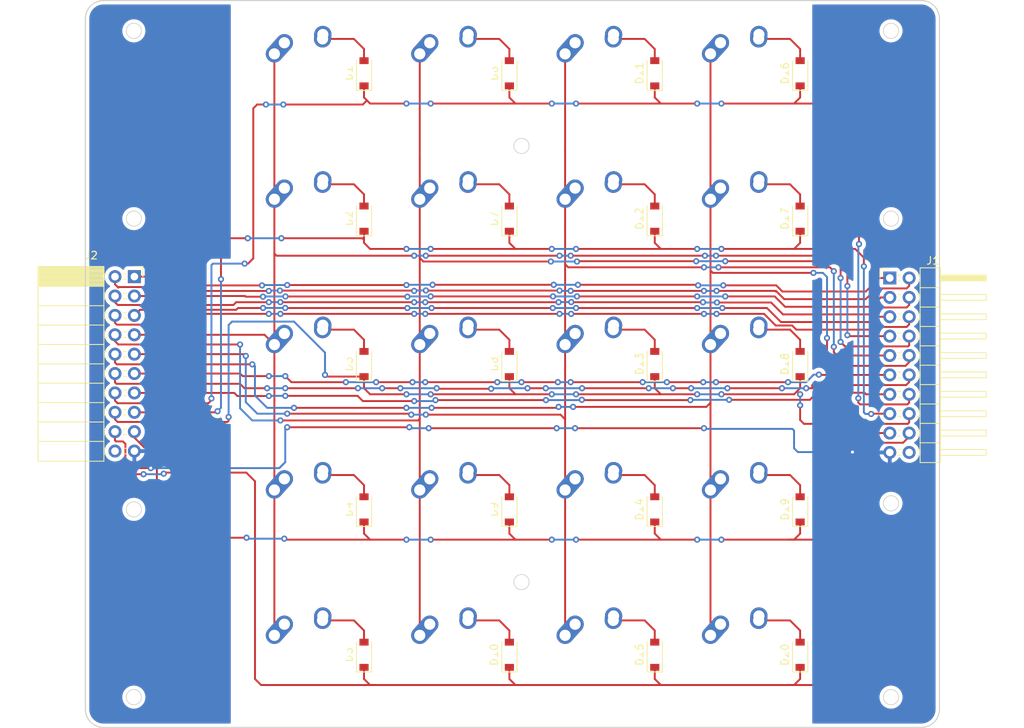
<source format=kicad_pcb>
(kicad_pcb (version 20211014) (generator pcbnew)
  (layers (0 "F.Cu" signal) (31 "B.Cu" signal) (34 "B.Paste" user) (35 "F.Paste" user) (36 "B.SilkS" user "B.Silkscreen") (37 "F.SilkS" user "F.Silkscreen") (38 "B.Mask" user) (39 "F.Mask" user) (44 "Edge.Cuts" user))
  (net 0 "")
  (net 1 "ROW5")
  (net 2 "Net-(D1-Pad2)")
  (net 3 "ROW6")
  (net 4 "Net-(D2-Pad2)")
  (net 5 "ROW7")
  (net 6 "Net-(D3-Pad2)")
  (net 7 "ROW8")
  (net 8 "Net-(D4-Pad2)")
  (net 9 "ROW9")
  (net 10 "Net-(D5-Pad2)")
  (net 11 "Net-(D6-Pad2)")
  (net 12 "Net-(D7-Pad2)")
  (net 13 "Net-(D8-Pad2)")
  (net 14 "Net-(D9-Pad2)")
  (net 15 "Net-(D10-Pad2)")
  (net 16 "Net-(D11-Pad2)")
  (net 17 "Net-(D12-Pad2)")
  (net 18 "Net-(D13-Pad2)")
  (net 19 "Net-(D14-Pad2)")
  (net 20 "Net-(D15-Pad2)")
  (net 21 "Net-(D16-Pad2)")
  (net 22 "Net-(D17-Pad2)")
  (net 23 "Net-(D18-Pad2)")
  (net 24 "Net-(D19-Pad2)")
  (net 25 "Net-(D20-Pad2)")
  (net 26 "VCC")
  (net 27 "COL4")
  (net 28 "GND")
  (net 29 "COL5")
  (net 30 "COL6")
  (net 31 "COL2")
  (net 32 "COL3")
  (net 33 "COL1")
  (net 34 "COL0")
  (net 35 "COL7")
  (net 36 "COL8")
  (net 37 "+5V")
  (net 38 "COL9")
  (net 39 "COL10")
  (footprint "MX_Alps_Hybrid:MX-1U-NoLED" (layer "F.Cu") (at 50.00625 62.70625)
    (fp_text reference "MX_4")
    (fp_text value "MX-NoLED")
  )
  (footprint "MX_Alps_Hybrid:MX-1U-NoLED" (layer "F.Cu") (at 50.00625 43.65625)
    (fp_text reference "MX_7")
    (fp_text value "MX-NoLED")
  )
  (footprint "Diode_SMD:D_SOD-123" (layer "F.Cu") (at 76.99375 24.60625 90)
    (fp_text reference "D6")
    (fp_text value "D_Small")
  )
  (footprint "MX_Alps_Hybrid:MX-1U-NoLED" (layer "F.Cu") (at 88.10625 100.80625)
    (fp_text reference "MX_.1")
    (fp_text value "MX-NoLED")
  )
  (footprint "MX_Alps_Hybrid:MX-1U-NoLED" (layer "F.Cu") (at 88.10625 62.70625)
    (fp_text reference "MX_6")
    (fp_text value "MX-NoLED")
  )
  (footprint "Diode_SMD:D_SOD-123" (layer "F.Cu") (at 115.09375 100.80625 90)
    (fp_text reference "D20")
    (fp_text value "D_Small")
  )
  (footprint "MX_Alps_Hybrid:MX-1U-NoLED" (layer "F.Cu") (at 107.15625 62.70625)
    (fp_text reference "MX_Bksp1")
    (fp_text value "MX-NoLED")
  )
  (footprint "MX_Alps_Hybrid:MX-1U-NoLED" (layer "F.Cu") (at 50.00625 81.75625)
    (fp_text reference "MX_1")
    (fp_text value "MX-NoLED")
  )
  (footprint "MX_Alps_Hybrid:MX-1U-NoLED" (layer "F.Cu") (at 88.10625 81.75625)
    (fp_text reference "MX_3")
    (fp_text value "MX-NoLED")
  )
  (footprint "Diode_SMD:D_SOD-123" (layer "F.Cu") (at 76.99375 62.70625 90)
    (fp_text reference "D8")
    (fp_text value "D_Small")
  )
  (footprint "Diode_SMD:D_SOD-123" (layer "F.Cu") (at 57.94375 62.70625 90)
    (fp_text reference "D3")
    (fp_text value "D_Small")
  )
  (footprint "Connector_PinHeader_2.54mm:PinHeader_2x10_P2.54mm_Horizontal" (layer "F.Cu") (at 126.84125 51.435)
    (fp_text reference "J1")
    (fp_text value "Conn_02x10_Counter_Clockwise")
  )
  (footprint "Diode_SMD:D_SOD-123" (layer "F.Cu") (at 57.94375 81.75625 90)
    (fp_text reference "D4")
    (fp_text value "D_Small")
  )
  (footprint "MX_Alps_Hybrid:MX-1U-NoLED" (layer "F.Cu") (at 50.00625 100.80625)
    (fp_text reference "MX_0k1")
    (fp_text value "MX-NoLED")
  )
  (footprint "Diode_SMD:D_SOD-123" (layer "F.Cu") (at 96.04375 100.80625 90)
    (fp_text reference "D15")
    (fp_text value "D_Small")
  )
  (footprint "Diode_SMD:D_SOD-123" (layer "F.Cu") (at 115.09375 24.60625 90)
    (fp_text reference "D16")
    (fp_text value "D_Small")
  )
  (footprint "Diode_SMD:D_SOD-123" (layer "F.Cu") (at 115.09375 81.75625 90)
    (fp_text reference "D19")
    (fp_text value "D_Small")
  )
  (footprint "MX_Alps_Hybrid:MX-1U-NoLED" (layer "F.Cu") (at 69.05625 81.75625)
    (fp_text reference "MX_2")
    (fp_text value "MX-NoLED")
  )
  (footprint "Diode_SMD:D_SOD-123" (layer "F.Cu") (at 115.09375 43.65625 90)
    (fp_text reference "D17")
    (fp_text value "D_Small")
  )
  (footprint "MX_Alps_Hybrid:MX-1U-NoLED" (layer "F.Cu") (at 69.05625 24.60625)
    (fp_text reference "MX_/1")
    (fp_text value "MX-NoLED")
  )
  (footprint "MX_Alps_Hybrid:MX-1U-NoLED" (layer "F.Cu") (at 69.05625 43.65625)
    (fp_text reference "MX_8")
    (fp_text value "MX-NoLED")
  )
  (footprint "Diode_SMD:D_SOD-123" (layer "F.Cu") (at 76.99375 100.80625 90)
    (fp_text reference "D10")
    (fp_text value "D_Small")
  )
  (footprint "MX_Alps_Hybrid:MX-1U-NoLED" (layer "F.Cu") (at 88.10625 43.65625)
    (fp_text reference "MX_9")
    (fp_text value "MX-NoLED")
  )
  (footprint "MX_Alps_Hybrid:MX-1U-NoLED" (layer "F.Cu") (at 50.00625 24.60625)
    (fp_text reference "MX_Num_Lock1")
    (fp_text value "MX-NoLED")
  )
  (footprint "Diode_SMD:D_SOD-123" (layer "F.Cu") (at 115.09375 62.70625 90)
    (fp_text reference "D18")
    (fp_text value "D_Small")
  )
  (footprint "Diode_SMD:D_SOD-123" (layer "F.Cu") (at 96.04375 81.75625 90)
    (fp_text reference "D14")
    (fp_text value "D_Small")
  )
  (footprint "MX_Alps_Hybrid:MX-1U-NoLED" (layer "F.Cu") (at 107.15625 43.65625)
    (fp_text reference "MX_+1")
    (fp_text value "MX-NoLED")
  )
  (footprint "Diode_SMD:D_SOD-123" (layer "F.Cu") (at 96.04375 62.70625 90)
    (fp_text reference "D13")
    (fp_text value "D_Small")
  )
  (footprint "MX_Alps_Hybrid:MX-1U-NoLED" (layer "F.Cu") (at 107.15625 81.75625)
    (fp_text reference "MX_Enter1")
    (fp_text value "MX-NoLED")
  )
  (footprint "Diode_SMD:D_SOD-123" (layer "F.Cu") (at 76.99375 81.75625 90)
    (fp_text reference "D9")
    (fp_text value "D_Small")
  )
  (footprint "MX_Alps_Hybrid:MX-1U-NoLED" (layer "F.Cu") (at 107.15625 100.80625)
    (fp_text reference "MX_Enter2")
    (fp_text value "MX-NoLED")
  )
  (footprint "MX_Alps_Hybrid:MX-1U-NoLED" (layer "F.Cu") (at 69.05625 100.80625)
    (fp_text reference "MX_0k2")
    (fp_text value "MX-NoLED")
  )
  (footprint "Connector_PinSocket_2.54mm:PinSocket_2x10_P2.54mm_Horizontal" (layer "F.Cu") (at 27.85 51.25625)
    (fp_text reference "J2")
    (fp_text value "Conn_02x10_Counter_Clockwise")
  )
  (footprint "Diode_SMD:D_SOD-123" (layer "F.Cu") (at 57.94375 100.80625 90)
    (fp_text reference "D5")
    (fp_text value "D_Small")
  )
  (footprint "Diode_SMD:D_SOD-123" (layer "F.Cu") (at 96.04375 43.65625 90)
    (fp_text reference "D12")
    (fp_text value "D_Small")
  )
  (footprint "Diode_SMD:D_SOD-123" (layer "F.Cu") (at 57.94375 24.60625 90)
    (fp_text reference "D1")
    (fp_text value "D_Small")
  )
  (footprint "Diode_SMD:D_SOD-123" (layer "F.Cu") (at 57.94375 43.65625 90)
    (fp_text reference "D2")
    (fp_text value "D_Small")
  )
  (footprint "MX_Alps_Hybrid:MX-1U-NoLED" (layer "F.Cu") (at 69.05625 62.70625)
    (fp_text reference "MX_5")
    (fp_text value "MX-NoLED")
  )
  (footprint "Diode_SMD:D_SOD-123" (layer "F.Cu") (at 96.04375 24.60625 90)
    (fp_text reference "D11")
    (fp_text value "D_Small")
  )
  (footprint "MX_Alps_Hybrid:MX-1U-NoLED" (layer "F.Cu") (at 107.15625 24.60625)
    (fp_text reference "MX_-1")
    (fp_text value "MX-NoLED")
  )
  (footprint "MX_Alps_Hybrid:MX-1U-NoLED" (layer "F.Cu") (at 88.10625 24.60625)
    (fp_text reference "MX_*1")
    (fp_text value "MX-NoLED")
  )
  (footprint "Diode_SMD:D_SOD-123" (layer "F.Cu") (at 76.99375 43.65625 90)
    (fp_text reference "D7")
    (fp_text value "D_Small")
  )
  (gr_circle (center 27.78125 19.05) (end 28.78125 19.05) (layer "Edge.Cuts") (width 0.1) (fill none))
  (gr_circle (center 78.58125 34.13125) (end 79.58125 34.13125) (layer "Edge.Cuts") (width 0.1) (fill none))
  (gr_line (start 21.43125 107.95) (end 21.43125 17.4625) (layer "Edge.Cuts") (width 0.15))
  (gr_arc (start 23.8125 110.33125) (mid 22.128702 109.633798) (end 21.43125 107.95) (layer "Edge.Cuts") (width 0.15))
  (gr_line (start 133.35 107.95) (end 133.35 17.4625) (layer "Edge.Cuts") (width 0.15))
  (gr_circle (center 27.78125 106.3625) (end 28.78125 106.3625) (layer "Edge.Cuts") (width 0.1) (fill none))
  (gr_line (start 23.8125 15.08125) (end 130.96875 15.08125) (layer "Edge.Cuts") (width 0.15))
  (gr_arc (start 130.96875 15.08125) (mid 132.652548 15.778702) (end 133.35 17.4625) (layer "Edge.Cuts") (width 0.15))
  (gr_arc (start 21.43125 17.4625) (mid 22.128702 15.778702) (end 23.8125 15.08125) (layer "Edge.Cuts") (width 0.15))
  (gr_circle (center 127 80.9625) (end 128 80.9625) (layer "Edge.Cuts") (width 0.1) (fill none))
  (gr_circle (center 27.78125 43.65625) (end 28.78125 43.65625) (layer "Edge.Cuts") (width 0.1) (fill none))
  (gr_circle (center 27.78125 81.75625) (end 28.78125 81.75625) (layer "Edge.Cuts") (width 0.1) (fill none))
  (gr_circle (center 78.58125 91.28125) (end 79.58125 91.28125) (layer "Edge.Cuts") (width 0.1) (fill none))
  (gr_circle (center 127 106.3625) (end 128 106.3625) (layer "Edge.Cuts") (width 0.1) (fill none))
  (gr_line (start 23.8125 110.33125) (end 130.96875 110.33125) (layer "Edge.Cuts") (width 0.15))
  (gr_circle (center 127 43.65625) (end 128 43.65625) (layer "Edge.Cuts") (width 0.1) (fill none))
  (gr_circle (center 127 19.05) (end 128 19.05) (layer "Edge.Cuts") (width 0.1) (fill none))
  (gr_arc (start 133.35 107.95) (mid 132.652548 109.633798) (end 130.96875 110.33125) (layer "Edge.Cuts") (width 0.151))
  (segment (start 76.99375 27.78125) (end 76.99375 26.25625) (width 0.25) (layer "F.Cu") (net 1))
  (segment (start 25.31 67.51) (end 25.55 67.75) (width 0.25) (layer "F.Cu") (net 1))
  (segment (start 42.75 49.55) (end 43.434 48.866) (width 0.25) (layer "F.Cu") (net 1))
  (segment (start 43.942 28.702) (end 45.085 28.702) (width 0.25) (layer "F.Cu") (net 1))
  (segment (start 122.95 68) (end 129.15 68) (width 0.25) (layer "F.Cu") (net 1))
  (segment (start 57.94375 27.78125) (end 57.94375 26.25625) (width 0.25) (layer "F.Cu") (net 1))
  (segment (start 42.3 49.55) (end 42.75 49.55) (width 0.25) (layer "F.Cu") (net 1))
  (segment (start 43.434 29.21) (end 43.942 28.702) (width 0.25) (layer "F.Cu") (net 1))
  (segment (start 58.7375 28.575) (end 58.32475 28.16225) (width 0.25) (layer "F.Cu") (net 1))
  (segment (start 29.25 67.85) (end 37.55 67.85) (width 0.25) (layer "F.Cu") (net 1))
  (segment (start 77.7875 28.575) (end 76.99375 27.78125) (width 0.25) (layer "F.Cu") (net 1))
  (segment (start 57.785 28.702) (end 58.32475 28.16225) (width 0.25) (layer "F.Cu") (net 1))
  (segment (start 115.09375 27.78125) (end 114.3 28.575) (width 0.25) (layer "F.Cu") (net 1))
  (segment (start 119.0625 28.575) (end 122.809 32.3215) (width 0.25) (layer "F.Cu") (net 1))
  (segment (start 58.32475 28.16225) (end 57.94375 27.78125) (width 0.25) (layer "F.Cu") (net 1))
  (segment (start 115.09375 26.25625) (end 115.09375 27.78125) (width 0.25) (layer "F.Cu") (net 1))
  (segment (start 122.7195 67.2) (end 122.7195 67.7695) (width 0.25) (layer "F.Cu") (net 1))
  (segment (start 122.7195 67.7695) (end 122.95 68) (width 0.25) (layer "F.Cu") (net 1))
  (segment (start 129.15 68) (end 129.38125 67.76875) (width 0.25) (layer "F.Cu") (net 1))
  (segment (start 43.434 48.866) (end 43.434 29.21) (width 0.25) (layer "F.Cu") (net 1))
  (segment (start 96.04375 27.78125) (end 96.04375 26.25625) (width 0.25) (layer "F.Cu") (net 1))
  (segment (start 77.7875 28.575) (end 66.675 28.575) (width 0.25) (layer "F.Cu") (net 1))
  (segment (start 82.55 28.575) (end 77.7875 28.575) (width 0.25) (layer "F.Cu") (net 1))
  (segment (start 101.6 28.575) (end 96.8375 28.575) (width 0.25) (layer "F.Cu") (net 1))
  (segment (start 96.8375 28.575) (end 96.04375 27.78125) (width 0.25) (layer "F.Cu") (net 1))
  (segment (start 122.809 32.3215) (end 122.809 46.99) (width 0.25) (layer "F.Cu") (net 1))
  (segment (start 129.38125 67.76875) (end 129.38125 66.675) (width 0.25) (layer "F.Cu") (net 1))
  (segment (start 63.5 28.575) (end 58.7375 28.575) (width 0.25) (layer "F.Cu") (net 1))
  (segment (start 37.95 67.45) (end 37.95 67.22075) (width 0.25) (layer "F.Cu") (net 1))
  (segment (start 25.65 67.85) (end 29.25 67.85) (width 0.25) (layer "F.Cu") (net 1))
  (segment (start 119.0625 28.575) (end 114.3 28.575) (width 0.25) (layer "F.Cu") (net 1))
  (segment (start 37.55 67.85) (end 37.95 67.45) (width 0.25) (layer "F.Cu") (net 1))
  (segment (start 25.55 67.75) (end 25.65 67.85) (width 0.25) (layer "F.Cu") (net 1))
  (segment (start 47.371 28.702) (end 57.785 28.702) (width 0.25) (layer "F.Cu") (net 1))
  (segment (start 96.8375 28.575) (end 85.725 28.575) (width 0.25) (layer "F.Cu") (net 1))
  (segment (start 114.3 28.575) (end 104.775 28.575) (width 0.25) (layer "F.Cu") (net 1))
  (segment (start 25.31 66.49625) (end 25.31 67.51) (width 0.25) (layer "F.Cu") (net 1))
  (via (at 66.675 28.575) (size 0.8) (drill 0.4) (layers "F.Cu" "B.Cu") (net 1))
  (via (at 82.55 28.575) (size 0.8) (drill 0.4) (layers "F.Cu" "B.Cu") (net 1))
  (via (at 122.7195 67.2) (size 0.8) (drill 0.4) (layers "F.Cu" "B.Cu") (net 1))
  (via (at 63.5 28.575) (size 0.8) (drill 0.4) (layers "F.Cu" "B.Cu") (net 1))
  (via (at 37.95 67.22075) (size 0.8) (drill 0.4) (layers "F.Cu" "B.Cu") (net 1))
  (via (at 104.775 28.575) (size 0.8) (drill 0.4) (layers "F.Cu" "B.Cu") (net 1))
  (via (at 101.6 28.575) (size 0.8) (drill 0.4) (layers "F.Cu" "B.Cu") (net 1))
  (via (at 85.725 28.575) (size 0.8) (drill 0.4) (layers "F.Cu" "B.Cu") (net 1))
  (via (at 122.809 46.99) (size 0.8) (drill 0.4) (layers "F.Cu" "B.Cu") (net 1))
  (via (at 47.371 28.702) (size 0.8) (drill 0.4) (layers "F.Cu" "B.Cu") (net 1))
  (via (at 42.3 49.55) (size 0.8) (drill 0.4) (layers "F.Cu" "B.Cu") (net 1))
  (via (at 45.085 28.702) (size 0.8) (drill 0.4) (layers "F.Cu" "B.Cu") (net 1))
  (segment (start 122.719 47.08) (end 122.809 46.99) (width 0.25) (layer "B.Cu") (net 1))
  (segment (start 122.719 67.1995) (end 122.719 47.08) (width 0.25) (layer "B.Cu") (net 1))
  (segment (start 41.2 49.55) (end 42.3 49.55) (width 0.25) (layer "B.Cu") (net 1))
  (segment (start 37.95 49.75) (end 38.05 49.65) (width 0.25) (layer "B.Cu") (net 1))
  (segment (start 38.05 49.65) (end 38.15 49.55) (width 0.25) (layer "B.Cu") (net 1))
  (segment (start 37.95 67.22075) (end 37.95 49.75) (width 0.25) (layer "B.Cu") (net 1))
  (segment (start 104.775 28.575) (end 101.6 28.575) (width 0.25) (layer "B.Cu") (net 1))
  (segment (start 122.7195 67.2) (end 122.719 67.1995) (width 0.25) (layer "B.Cu") (net 1))
  (segment (start 45.085 28.702) (end 47.371 28.702) (width 0.25) (layer "B.Cu") (net 1))
  (segment (start 66.675 28.575) (end 63.5 28.575) (width 0.25) (layer "B.Cu") (net 1))
  (segment (start 85.725 28.575) (end 82.55 28.575) (width 0.25) (layer "B.Cu") (net 1))
  (segment (start 38.15 49.55) (end 41.2 49.55) (width 0.25) (layer "B.Cu") (net 1))
  (segment (start 56.61875 20.10625) (end 52.50625 20.10625) (width 0.25) (layer "F.Cu") (net 2))
  (segment (start 57.94375 22.95625) (end 57.94375 21.43125) (width 0.25) (layer "F.Cu") (net 2))
  (segment (start 57.94375 21.43125) (end 56.61875 20.10625) (width 0.25) (layer "F.Cu") (net 2))
  (segment (start 122.809 48.133) (end 123.444 48.768) (width 0.25) (layer "F.Cu") (net 3))
  (segment (start 39.2 47.4) (end 39.2 51.6) (width 0.25) (layer "F.Cu") (net 3))
  (segment (start 40.372 46.228) (end 40.2 46.4) (width 0.25) (layer "F.Cu") (net 3))
  (segment (start 58.7375 47.625) (end 57.94375 46.83125) (width 0.25) (layer "F.Cu") (net 3))
  (segment (start 38.75 68.9) (end 38.61375 69.03625) (width 0.25) (layer "F.Cu") (net 3))
  (segment (start 77.7875 47.625) (end 66.675 47.625) (width 0.25) (layer "F.Cu") (net 3))
  (segment (start 42.164 46.228) (end 40.372 46.228) (width 0.25) (layer "F.Cu") (net 3))
  (segment (start 63.5 47.625) (end 58.7375 47.625) (width 0.25) (layer "F.Cu") (net 3))
  (segment (start 96.04375 46.83125) (end 96.04375 45.30625) (width 0.25) (layer "F.Cu") (net 3))
  (segment (start 124.365 69.215) (end 124.4 69.25) (width 0.25) (layer "F.Cu") (net 3))
  (segment (start 114.3 47.625) (end 104.775 47.625) (width 0.25) (layer "F.Cu") (net 3))
  (segment (start 115.09375 46.83125) (end 114.3 47.625) (width 0.25) (layer "F.Cu") (net 3))
  (segment (start 57.94375 46.83125) (end 57.94375 46.45025) (width 0.25) (layer "F.Cu") (net 3))
  (segment (start 40.2 46.4) (end 39.2 47.4) (width 0.25) (layer "F.Cu") (net 3))
  (segment (start 101.6 47.625) (end 96.8375 47.625) (width 0.25) (layer "F.Cu") (net 3))
  (segment (start 42.164 46.228) (end 42.7095 46.228) (width 0.25) (layer "F.Cu") (net 3))
  (segment (start 77.7875 47.625) (end 76.99375 46.83125) (width 0.25) (layer "F.Cu") (net 3))
  (segment (start 114.3 47.625) (end 121.92575 47.625) (width 0.25) (layer "F.Cu") (net 3))
  (segment (start 57.94375 46.45025) (end 57.94375 45.30625) (width 0.25) (layer "F.Cu") (net 3))
  (segment (start 122.301 47.625) (end 122.809 48.133) (width 0.25) (layer "F.Cu") (net 3))
  (segment (start 76.99375 46.83125) (end 76.99375 45.30625) (width 0.25) (layer "F.Cu") (net 3))
  (segment (start 123.444 48.768) (end 123.444 49.911) (width 0.25) (layer "F.Cu") (net 3))
  (segment (start 57.7215 46.228) (end 47.117 46.228) (width 0.25) (layer "F.Cu") (net 3))
  (segment (start 96.8375 47.625) (end 85.725 47.625) (width 0.25) (layer "F.Cu") (net 3))
  (segment (start 121.92575 47.625) (end 122.301 47.625) (width 0.25) (layer "F.Cu") (net 3))
  (segment (start 82.55 47.625) (end 77.7875 47.625) (width 0.25) (layer "F.Cu") (net 3))
  (segment (start 38.61375 69.03625) (end 27.85 69.03625) (width 0.25) (layer "F.Cu") (net 3))
  (segment (start 126.84125 69.215) (end 124.365 69.215) (width 0.25) (layer "F.Cu") (net 3))
  (segment (start 115.09375 45.30625) (end 115.09375 46.83125) (width 0.25) (layer "F.Cu") (net 3))
  (segment (start 96.8375 47.625) (end 96.04375 46.83125) (width 0.25) (layer "F.Cu") (net 3))
  (segment (start 57.94375 46.45025) (end 57.7215 46.228) (width 0.25) (layer "F.Cu") (net 3))
  (via (at 66.675 47.625) (size 0.8) (drill 0.4) (layers "F.Cu" "B.Cu") (net 3))
  (via (at 39.2 51.6) (size 0.8) (drill 0.4) (layers "F.Cu" "B.Cu") (net 3))
  (via (at 63.5 47.625) (size 0.8) (drill 0.4) (layers "F.Cu" "B.Cu") (net 3))
  (via (at 42.7095 46.228) (size 0.8) (drill 0.4) (layers "F.Cu" "B.Cu") (net 3))
  (via (at 82.55 47.625) (size 0.8) (drill 0.4) (layers "F.Cu" "B.Cu") (net 3))
  (via (at 85.725 47.625) (size 0.8) (drill 0.4) (layers "F.Cu" "B.Cu") (net 3))
  (via (at 101.6 47.625) (size 0.8) (drill 0.4) (layers "F.Cu" "B.Cu") (net 3))
  (via (at 47.117 46.228) (size 0.8) (drill 0.4) (layers "F.Cu" "B.Cu") (net 3))
  (via (at 123.444 49.911) (size 0.8) (drill 0.4) (layers "F.Cu" "B.Cu") (net 3))
  (via (at 38.75 68.9) (size 0.8) (drill 0.4) (layers "F.Cu" "B.Cu") (net 3))
  (via (at 104.775 47.625) (size 0.8) (drill 0.4) (layers "F.Cu" "B.Cu") (net 3))
  (via (at 124.4 69.25) (size 0.8) (drill 0.4) (layers "F.Cu" "B.Cu") (net 3))
  (segment (start 123.444 49.911) (end 123.444 69.044) (width 0.25) (layer "B.Cu") (net 3))
  (segment (start 123.65 69.25) (end 123.444 69.044) (width 0.25) (layer "B.Cu") (net 3))
  (segment (start 85.725 47.625) (end 82.55 47.625) (width 0.25) (layer "B.Cu") (net 3))
  (segment (start 39.2 51.6) (end 39.2 68.45) (width 0.25) (layer "B.Cu") (net 3))
  (segment (start 66.675 47.625) (end 63.5 47.625) (width 0.25) (layer "B.Cu") (net 3))
  (segment (start 124.4 69.25) (end 123.65 69.25) (width 0.25) (layer "B.Cu") (net 3))
  (segment (start 104.775 47.625) (end 101.6 47.625) (width 0.25) (layer "B.Cu") (net 3))
  (segment (start 39.2 68.45) (end 38.75 68.9) (width 0.25) (layer "B.Cu") (net 3))
  (segment (start 42.7095 46.228) (end 47.117 46.228) (width 0.25) (layer "B.Cu") (net 3))
  (segment (start 57.94375 42.00625) (end 57.94375 40.48125) (width 0.25) (layer "F.Cu") (net 4))
  (segment (start 57.94375 40.48125) (end 56.61875 39.15625) (width 0.25) (layer "F.Cu") (net 4))
  (segment (start 56.61875 39.15625) (end 52.50625 39.15625) (width 0.25) (layer "F.Cu") (net 4))
  (segment (start 52.832 64.135) (end 53.05325 64.35625) (width 0.25) (layer "F.Cu") (net 5))
  (segment (start 25.31 69.03625) (end 25.31 69.96) (width 0.25) (layer "F.Cu") (net 5))
  (segment (start 25.31 69.96) (end 25.65 70.3) (width 0.25) (layer "F.Cu") (net 5))
  (segment (start 40.05 70.3) (end 40.2 70.15) (width 0.25) (layer "F.Cu") (net 5))
  (segment (start 57.94375 65.88125) (end 57.94375 64.35625) (width 0.25) (layer "F.Cu") (net 5))
  (segment (start 114.696875 66.278125) (end 114.3 66.675) (width 0.25) (layer "F.Cu") (net 5))
  (segment (start 40.2 70.15) (end 40.2 69.65) (width 0.25) (layer "F.Cu") (net 5))
  (segment (start 101.6 66.675) (end 96.8375 66.675) (width 0.25) (layer "F.Cu") (net 5))
  (segment (start 115.09375 70.04375) (end 115.09375 68.124) (width 0.25) (layer "F.Cu") (net 5))
  (segment (start 96.04375 65.88125) (end 96.04375 64.35625) (width 0.25) (layer "F.Cu") (net 5))
  (segment (start 76.99375 65.88125) (end 76.99375 64.35625) (width 0.25) (layer "F.Cu") (net 5))
  (segment (start 115.09375 66.675) (end 114.696875 66.278125) (width 0.25) (layer "F.Cu") (net 5))
  (segment (start 115.6 70.55) (end 115.09375 70.04375) (width 0.25) (layer "F.Cu") (net 5))
  (segment (start 129.38125 69.215) (end 129.38125 70.36875) (width 0.25) (layer "F.Cu") (net 5))
  (segment (start 77.7875 66.675) (end 66.675 66.675) (width 0.25) (layer "F.Cu") (net 5))
  (segment (start 58.7375 66.675) (end 57.94375 65.88125) (width 0.25) (layer "F.Cu") (net 5))
  (segment (start 115.09375 65.88125) (end 114.696875 66.278125) (width 0.25) (layer "F.Cu") (net 5))
  (segment (start 53.05325 64.35625) (end 57.94375 64.35625) (width 0.25) (layer "F.Cu") (net 5))
  (segment (start 82.55 66.675) (end 77.7875 66.675) (width 0.25) (layer "F.Cu") (net 5))
  (segment (start 114.3 66.675) (end 104.775 66.675) (width 0.25) (layer "F.Cu") (net 5))
  (segment (start 25.65 70.3) (end 40.05 70.3) (width 0.25) (layer "F.Cu") (net 5))
  (segment (start 63.5 66.675) (end 58.7375 66.675) (width 0.25) (layer "F.Cu") (net 5))
  (segment (start 96.8375 66.675) (end 96.04375 65.88125) (width 0.25) (layer "F.Cu") (net 5))
  (segment (start 77.7875 66.675) (end 76.99375 65.88125) (width 0.25) (layer "F.Cu") (net 5))
  (segment (start 129.38125 70.36875) (end 129.2 70.55) (width 0.25) (layer "F.Cu") (net 5))
  (segment (start 115.09375 64.35625) (end 115.09375 65.88125) (width 0.25) (layer "F.Cu") (net 5))
  (segment (start 129.2 70.55) (end 115.6 70.55) (width 0.25) (layer "F.Cu") (net 5))
  (segment (start 96.8375 66.675) (end 85.725 66.675) (width 0.25) (layer "F.Cu") (net 5))
  (segment (start 115.176 68.20625) (end 115.09375 68.124) (width 0.25) (layer "F.Cu") (net 5))
  (via (at 85.725 66.675) (size 0.8) (drill 0.4) (layers "F.Cu" "B.Cu") (net 5))
  (via (at 115.09375 66.675) (size 0.8) (drill 0.4) (layers "F.Cu" "B.Cu") (net 5))
  (via (at 66.675 66.675) (size 0.8) (drill 0.4) (layers "F.Cu" "B.Cu") (net 5))
  (via (at 82.55 66.675) (size 0.8) (drill 0.4) (layers "F.Cu" "B.Cu") (net 5))
  (via (at 101.6 66.675) (size 0.8) (drill 0.4) (layers "F.Cu" "B.Cu") (net 5))
  (via (at 104.775 66.675) (size 0.8) (drill 0.4) (layers "F.Cu" "B.Cu") (net 5))
  (via (at 40.2 69.65) (size 0.8) (drill 0.4) (layers "F.Cu" "B.Cu") (net 5))
  (via (at 115.09375 68.124) (size 0.8) (drill 0.4) (layers "F.Cu" "B.Cu") (net 5))
  (via (at 104.775 66.675) (size 0.8) (drill 0.4) (layers "F.Cu" "B.Cu") (net 5))
  (via (at 63.5 66.675) (size 0.8) (drill 0.4) (layers "F.Cu" "B.Cu") (net 5))
  (via (at 52.832 64.135) (size 0.8) (drill 0.4) (layers "F.Cu" "B.Cu") (net 5))
  (segment (start 41.25 57.15) (end 48.768 57.15) (width 0.25) (layer "B.Cu") (net 5))
  (segment (start 104.775 66.675) (end 101.6 66.675) (width 0.25) (layer "B.Cu") (net 5))
  (segment (start 66.675 66.675) (end 63.5 66.675) (width 0.25) (layer "B.Cu") (net 5))
  (segment (start 41.25 57.15) (end 40.65 57.15) (width 0.25) (layer "B.Cu") (net 5))
  (segment (start 85.725 66.675) (end 82.55 66.675) (width 0.25) (layer "B.Cu") (net 5))
  (segment (start 115.09375 68.124) (end 115.09375 66.675) (width 0.25) (layer "B.Cu") (net 5))
  (segment (start 40.55 57.25) (end 40.2 57.6) (width 0.25) (layer "B.Cu") (net 5))
  (segment (start 40.2 57.6) (end 40.2 69.65) (width 0.25) (layer "B.Cu") (net 5))
  (segment (start 40.65 57.15) (end 40.55 57.25) (width 0.25) (layer "B.Cu") (net 5))
  (segment (start 48.768 57.15) (end 52.832 61.214) (width 0.25) (layer "B.Cu") (net 5))
  (segment (start 52.832 61.214) (end 52.832 64.135) (width 0.25) (layer "B.Cu") (net 5))
  (segment (start 57.94375 61.05625) (end 57.94375 59.53125) (width 0.25) (layer "F.Cu") (net 6))
  (segment (start 57.94375 59.53125) (end 56.61875 58.20625) (width 0.25) (layer "F.Cu") (net 6))
  (segment (start 56.61875 58.20625) (end 52.50625 58.20625) (width 0.25) (layer "F.Cu") (net 6))
  (segment (start 27.85 72.35) (end 29.15 73.65) (width 0.25) (layer "F.Cu") (net 7))
  (segment (start 120 84.7875) (end 119.0625 85.725) (width 0.25) (layer "F.Cu") (net 7))
  (segment (start 29.15 73.65) (end 30.2 73.65) (width 0.25) (layer "F.Cu") (net 7))
  (segment (start 126.84125 71.755) (end 120.545 71.755) (width 0.25) (layer "F.Cu") (net 7))
  (segment (start 57.94375 84.93125) (end 57.94375 83.40625) (width 0.25) (layer "F.Cu") (net 7))
  (segment (start 27.85 71.57625) (end 27.85 72.35) (width 0.25) (layer "F.Cu") (net 7))
  (segment (start 30.8 84.65) (end 31.621 85.471) (width 0.25) (layer "F.Cu") (net 7))
  (segment (start 115.09375 84.93125) (end 114.3 85.725) (width 0.25) (layer "F.Cu") (net 7))
  (segment (start 77.7875 85.725) (end 66.675 85.725) (width 0.25) (layer "F.Cu") (net 7))
  (segment (start 47.625 85.725) (end 47.498 85.598) (width 0.25) (layer "F.Cu") (net 7))
  (segment (start 77.7875 85.725) (end 76.99375 84.93125) (width 0.25) (layer "F.Cu") (net 7))
  (segment (start 96.8375 85.725) (end 96.04375 84.93125) (width 0.25) (layer "F.Cu") (net 7))
  (segment (start 101.6 85.725) (end 96.8375 85.725) (width 0.25) (layer "F.Cu") (net 7))
  (segment (start 119.0625 85.725) (end 113.50625 85.725) (width 0.25) (layer "F.Cu") (net 7))
  (segment (start 115.09375 83.40625) (end 115.09375 84.93125) (width 0.25) (layer "F.Cu") (net 7))
  (segment (start 76.99375 84.93125) (end 76.99375 83.40625) (width 0.25) (layer "F.Cu") (net 7))
  (segment (start 30.8 74.25) (end 30.8 84.65) (width 0.25) (layer "F.Cu") (net 7))
  (segment (start 63.5 85.725) (end 58.7375 85.725) (width 0.25) (layer "F.Cu") (net 7))
  (segment (start 114.3 85.725) (end 113.50625 85.725) (width 0.25) (layer "F.Cu") (net 7))
  (segment (start 31.621 85.471) (end 42.545 85.471) (width 0.25) (layer "F.Cu") (net 7))
  (segment (start 58.7375 85.725) (end 57.94375 84.93125) (width 0.25) (layer "F.Cu") (net 7))
  (segment (start 30.2 73.65) (end 30.8 74.25) (width 0.25) (layer "F.Cu") (net 7))
  (segment (start 58.7375 85.725) (end 47.625 85.725) (width 0.25) (layer "F.Cu") (net 7))
  (segment (start 96.04375 84.93125) (end 96.04375 83.40625) (width 0.25) (layer "F.Cu") (net 7))
  (segment (start 113.50625 85.725) (end 104.775 85.725) (width 0.25) (layer "F.Cu") (net 7))
  (segment (start 82.55 85.725) (end 77.7875 85.725) (width 0.25) (layer "F.Cu") (net 7))
  (segment (start 120.545 71.755) (end 120 72.3) (width 0.25) (layer "F.Cu") (net 7))
  (segment (start 96.8375 85.725) (end 85.725 85.725) (width 0.25) (layer "F.Cu") (net 7))
  (segment (start 120 72.3) (end 120 84.7875) (width 0.25) (layer "F.Cu") (net 7))
  (via (at 104.775 85.725) (size 0.8) (drill 0.4) (layers "F.Cu" "B.Cu") (net 7))
  (via (at 101.6 85.725) (size 0.8) (drill 0.4) (layers "F.Cu" "B.Cu") (net 7))
  (via (at 42.545 85.471) (size 0.8) (drill 0.4) (layers "F.Cu" "B.Cu") (net 7))
  (via (at 47.498 85.598) (size 0.8) (drill 0.4) (layers "F.Cu" "B.Cu") (net 7))
  (via (at 63.5 85.725) (size 0.8) (drill 0.4) (layers "F.Cu" "B.Cu") (net 7))
  (via (at 85.725 85.725) (size 0.8) (drill 0.4) (layers "F.Cu" "B.Cu") (net 7))
  (via (at 82.55 85.725) (size 0.8) (drill 0.4) (layers "F.Cu" "B.Cu") (net 7))
  (via (at 66.675 85.725) (size 0.8) (drill 0.4) (layers "F.Cu" "B.Cu") (net 7))
  (segment (start 66.675 85.725) (end 63.5 85.725) (width 0.25) (layer "B.Cu") (net 7))
  (segment (start 42.672 85.598) (end 42.545 85.471) (width 0.25) (layer "B.Cu") (net 7))
  (segment (start 85.725 85.725) (end 82.55 85.725) (width 0.25) (layer "B.Cu") (net 7))
  (segment (start 47.498 85.598) (end 42.672 85.598) (width 0.25) (layer "B.Cu") (net 7))
  (segment (start 104.775 85.725) (end 101.6 85.725) (width 0.25) (layer "B.Cu") (net 7))
  (segment (start 57.94375 78.58125) (end 56.61875 77.25625) (width 0.25) (layer "F.Cu") (net 8))
  (segment (start 56.61875 77.25625) (end 52.50625 77.25625) (width 0.25) (layer "F.Cu") (net 8))
  (segment (start 57.94375 80.10625) (end 57.94375 78.58125) (width 0.25) (layer "F.Cu") (net 8))
  (segment (start 27.15 77.15) (end 26.675 76.675) (width 0.25) (layer "F.Cu") (net 9))
  (segment (start 44.45 104.775) (end 59.53125 104.775) (width 0.25) (layer "F.Cu") (net 9))
  (segment (start 25.31 72.71) (end 25.31 71.57625) (width 0.25) (layer "F.Cu") (net 9))
  (segment (start 26.675 73.175) (end 26.35 72.85) (width 0.25) (layer "F.Cu") (net 9))
  (segment (start 29.05 77.15) (end 27.15 77.15) (width 0.25) (layer "F.Cu") (net 9))
  (segment (start 77.7875 104.775) (end 76.99375 103.98125) (width 0.25) (layer "F.Cu") (net 9))
  (segment (start 43.65625 78.07325) (end 43.65625 103.98125) (width 0.25) (layer "F.Cu") (net 9))
  (segment (start 58.7375 104.775) (end 57.94375 103.98125) (width 0.25) (layer "F.Cu") (net 9))
  (segment (start 42.52175 76.93875) (end 43.65625 78.07325) (width 0.25) (layer "F.Cu") (net 9))
  (segment (start 128.5875 73.025) (end 121.3675 73.025) (width 0.25) (layer "F.Cu") (net 9))
  (segment (start 114.3 104.775) (end 113.50625 104.775) (width 0.25) (layer "F.Cu") (net 9))
  (segment (start 43.65625 103.98125) (end 44.45 104.775) (width 0.25) (layer "F.Cu") (net 9))
  (segment (start 120.64625 103.985) (end 119.85625 104.775) (width 0.25) (layer "F.Cu") (net 9))
  (segment (start 26.35 72.85) (end 25.45 72.85) (width 0.25) (layer "F.Cu") (net 9))
  (segment (start 25.45 72.85) (end 25.31 72.71) (width 0.25) (layer "F.Cu") (net 9))
  (segment (start 76.99375 103.98125) (end 76.99375 102.45625) (width 0.25) (layer "F.Cu") (net 9))
  (segment (start 57.94375 103.98125) (end 57.94375 102.45625) (width 0.25) (layer "F.Cu") (net 9))
  (segment (start 121.3675 73.025) (end 120.64625 73.74625) (width 0.25) (layer "F.Cu") (net 9))
  (segment (start 35.41875 76.93875) (end 31.83575 76.93875) (width 0.25) (layer "F.Cu") (net 9))
  (segment (start 115.09375 103.98125) (end 114.3 104.775) (width 0.25) (layer "F.Cu") (net 9))
  (segment (start 129.38125 71.755) (end 129.38125 72.23125) (width 0.25) (layer "F.Cu") (net 9))
  (segment (start 59.53125 104.775) (end 58.7375 104.775) (width 0.25) (layer "F.Cu") (net 9))
  (segment (start 77.7875 104.775) (end 59.53125 104.775) (width 0.25) (layer "F.Cu") (net 9))
  (segment (start 31.83575 76.93875) (end 31.7 77.0745) (width 0.25) (layer "F.Cu") (net 9))
  (segment (start 113.50625 104.775) (end 96.8375 104.775) (width 0.25) (layer "F.Cu") (net 9))
  (segment (start 115.09375 102.45625) (end 115.09375 103.98125) (width 0.25) (layer "F.Cu") (net 9))
  (segment (start 26.675 76.675) (end 26.675 73.175) (width 0.25) (layer "F.Cu") (net 9))
  (segment (start 119.85625 104.775) (end 113.50625 104.775) (width 0.25) (layer "F.Cu") (net 9))
  (segment (start 96.8375 104.775) (end 77.7875 104.775) (width 0.25) (layer "F.Cu") (net 9))
  (segment (start 129.38125 72.23125) (end 128.5875 73.025) (width 0.25) (layer "F.Cu") (net 9))
  (segment (start 96.04375 103.98125) (end 96.04375 102.45625) (width 0.25) (layer "F.Cu") (net 9))
  (segment (start 120.64625 73.74625) (end 120.64625 103.985) (width 0.25) (layer "F.Cu") (net 9))
  (segment (start 42.52175 76.93875) (end 35.41875 76.93875) (width 0.25) (layer "F.Cu") (net 9))
  (segment (start 96.8375 104.775) (end 96.04375 103.98125) (width 0.25) (layer "F.Cu") (net 9))
  (via (at 29.05 77.15) (size 0.8) (drill 0.4) (layers "F.Cu" "B.Cu") (net 9))
  (via (at 31.7 77.0745) (size 0.8) (drill 0.4) (layers "F.Cu" "B.Cu") (net 9))
  (segment (start 29.4 77.15) (end 29.05 77.15) (width 0.25) (layer "B.Cu") (net 9))
  (segment (start 31.6245 77.15) (end 29.4 77.15) (width 0.25) (layer "B.Cu") (net 9))
  (segment (start 31.7 77.0745) (end 31.6245 77.15) (width 0.25) (layer "B.Cu") (net 9))
  (segment (start 56.61875 96.30625) (end 52.50625 96.30625) (width 0.25) (layer "F.Cu") (net 10))
  (segment (start 57.94375 99.15625) (end 57.94375 97.63125) (width 0.25) (layer "F.Cu") (net 10))
  (segment (start 57.94375 97.63125) (end 56.61875 96.30625) (width 0.25) (layer "F.Cu") (net 10))
  (segment (start 75.66875 20.10625) (end 71.55625 20.10625) (width 0.25) (layer "F.Cu") (net 11))
  (segment (start 76.99375 21.43125) (end 75.66875 20.10625) (width 0.25) (layer "F.Cu") (net 11))
  (segment (start 76.99375 22.95625) (end 76.99375 21.43125) (width 0.25) (layer "F.Cu") (net 11))
  (segment (start 75.66875 39.15625) (end 71.55625 39.15625) (width 0.25) (layer "F.Cu") (net 12))
  (segment (start 76.99375 40.48125) (end 75.66875 39.15625) (width 0.25) (layer "F.Cu") (net 12))
  (segment (start 76.99375 42.00625) (end 76.99375 40.48125) (width 0.25) (layer "F.Cu") (net 12))
  (segment (start 75.66875 58.20625) (end 71.55625 58.20625) (width 0.25) (layer "F.Cu") (net 13))
  (segment (start 76.99375 61.05625) (end 76.99375 59.53125) (width 0.25) (layer "F.Cu") (net 13))
  (segment (start 76.99375 59.53125) (end 75.66875 58.20625) (width 0.25) (layer "F.Cu") (net 13))
  (segment (start 76.99375 80.10625) (end 76.99375 78.58125) (width 0.25) (layer "F.Cu") (net 14))
  (segment (start 75.66875 77.25625) (end 71.55625 77.25625) (width 0.25) (layer "F.Cu") (net 14))
  (segment (start 76.99375 78.58125) (end 75.66875 77.25625) (width 0.25) (layer "F.Cu") (net 14))
  (segment (start 76.99375 97.63125) (end 75.66875 96.30625) (width 0.25) (layer "F.Cu") (net 15))
  (segment (start 76.99375 99.15625) (end 76.99375 97.63125) (width 0.25) (layer "F.Cu") (net 15))
  (segment (start 75.66875 96.30625) (end 71.55625 96.30625) (width 0.25) (layer "F.Cu") (net 15))
  (segment (start 96.04375 21.43125) (end 94.71875 20.10625) (width 0.25) (layer "F.Cu") (net 16))
  (segment (start 94.71875 20.10625) (end 90.60625 20.10625) (width 0.25) (layer "F.Cu") (net 16))
  (segment (start 96.04375 22.95625) (end 96.04375 21.43125) (width 0.25) (layer "F.Cu") (net 16))
  (segment (start 96.04375 42.00625) (end 96.04375 40.48125) (width 0.25) (layer "F.Cu") (net 17))
  (segment (start 94.71875 39.15625) (end 90.60625 39.15625) (width 0.25) (layer "F.Cu") (net 17))
  (segment (start 96.04375 40.48125) (end 94.71875 39.15625) (width 0.25) (layer "F.Cu") (net 17))
  (segment (start 94.71875 58.20625) (end 90.60625 58.20625) (width 0.25) (layer "F.Cu") (net 18))
  (segment (start 96.04375 59.53125) (end 94.71875 58.20625) (width 0.25) (layer "F.Cu") (net 18))
  (segment (start 96.04375 61.05625) (end 96.04375 59.53125) (width 0.25) (layer "F.Cu") (net 18))
  (segment (start 96.04375 80.10625) (end 96.04375 78.58125) (width 0.25) (layer "F.Cu") (net 19))
  (segment (start 96.04375 78.58125) (end 94.71875 77.25625) (width 0.25) (layer "F.Cu") (net 19))
  (segment (start 94.71875 77.25625) (end 90.60625 77.25625) (width 0.25) (layer "F.Cu") (net 19))
  (segment (start 96.04375 97.63125) (end 94.71875 96.30625) (width 0.25) (layer "F.Cu") (net 20))
  (segment (start 94.71875 96.30625) (end 90.60625 96.30625) (width 0.25) (layer "F.Cu") (net 20))
  (segment (start 96.04375 99.15625) (end 96.04375 97.63125) (width 0.25) (layer "F.Cu") (net 20))
  (segment (start 113.76875 20.10625) (end 109.65625 20.10625) (width 0.25) (layer "F.Cu") (net 21))
  (segment (start 115.09375 22.95625) (end 115.09375 21.43125) (width 0.25) (layer "F.Cu") (net 21))
  (segment (start 115.09375 21.43125) (end 113.76875 20.10625) (width 0.25) (layer "F.Cu") (net 21))
  (segment (start 113.76875 39.15625) (end 109.65625 39.15625) (width 0.25) (layer "F.Cu") (net 22))
  (segment (start 115.09375 40.48125) (end 113.76875 39.15625) (width 0.25) (layer "F.Cu") (net 22))
  (segment (start 115.09375 42.00625) (end 115.09375 40.48125) (width 0.25) (layer "F.Cu") (net 22))
  (segment (start 115.09375 61.05625) (end 115.09375 59.53125) (width 0.25) (layer "F.Cu") (net 23))
  (segment (start 115.09375 59.53125) (end 113.76875 58.20625) (width 0.25) (layer "F.Cu") (net 23))
  (segment (start 113.76875 58.20625) (end 109.65625 58.20625) (width 0.25) (layer "F.Cu") (net 23))
  (segment (start 115.09375 78.58125) (end 113.76875 77.25625) (width 0.25) (layer "F.Cu") (net 24))
  (segment (start 113.76875 77.25625) (end 109.65625 77.25625) (width 0.25) (layer "F.Cu") (net 24))
  (segment (start 115.09375 80.10625) (end 115.09375 78.58125) (width 0.25) (layer "F.Cu") (net 24))
  (segment (start 115.09375 99.15625) (end 115.09375 97.63125) (width 0.25) (layer "F.Cu") (net 25))
  (segment (start 115.09375 97.63125) (end 113.76875 96.30625) (width 0.25) (layer "F.Cu") (net 25))
  (segment (start 113.76875 96.30625) (end 109.65625 96.30625) (width 0.25) (layer "F.Cu") (net 25))
  (segment (start 31.432464 53.132464) (end 45.466 53.132464) (width 0.25) (layer "F.Cu") (net 26))
  (segment (start 64.4785 53.086) (end 46.92075 53.086) (width 0.25) (layer "F.Cu") (net 26))
  (segment (start 25.31 51.25625) (end 25.31 52.26) (width 0.25) (layer "F.Cu") (net 26))
  (segment (start 105.156 53.123) (end 104.1405 53.123) (width 0.25) (layer "F.Cu") (net 26))
  (segment (start 25.75 52.7) (end 25.82875 52.62125) (width 0.25) (layer "F.Cu") (net 26))
  (segment (start 129.38125 52.46875) (end 129.05 52.8) (width 0.25) (layer "F.Cu") (net 26))
  (segment (start 102.489 53.1235) (end 85.02075 53.1235) (width 0.25) (layer "F.Cu") (net 26))
  (segment (start 111.924 53.123) (end 105.156 53.123) (width 0.25) (layer "F.Cu") (net 26))
  (segment (start 25.82875 52.62125) (end 30.92125 52.62125) (width 0.25) (layer "F.Cu") (net 26))
  (segment (start 113.00725 54.20625) (end 112.014 53.213) (width 0.25) (layer "F.Cu") (net 26))
  (segment (start 125.1 52.8) (end 123.69375 54.20625) (width 0.25) (layer "F.Cu") (net 26))
  (segment (start 123.69375 54.20625) (end 113.00725 54.20625) (width 0.25) (layer "F.Cu") (net 26))
  (segment (start 83.566 53.086) (end 66.069097 53.086) (width 0.25) (layer "F.Cu") (net 26))
  (segment (start 104.1405 53.123) (end 104.14 53.1235) (width 0.25) (layer "F.Cu") (net 26))
  (segment (start 112.014 53.213) (end 111.924 53.123) (width 0.25) (layer "F.Cu") (net 26))
  (segment (start 64.516 53.1235) (end 64.4785 53.086) (width 0.25) (layer "F.Cu") (net 26))
  (segment (start 129.05 52.8) (end 125.1 52.8) (width 0.25) (layer "F.Cu") (net 26))
  (segment (start 129.38125 51.435) (end 129.38125 52.46875) (width 0.25) (layer "F.Cu") (net 26))
  (segment (start 66.069097 53.086) (end 66.050616 53.067519) (width 0.25) (layer "F.Cu") (net 26))
  (segment (start 25.31 52.26) (end 25.75 52.7) (width 0.25) (layer "F.Cu") (net 26))
  (segment (start 112.014 53.213) (end 111.887 53.213) (width 0.25) (layer "F.Cu") (net 26))
  (segment (start 30.92125 52.62125) (end 31.432464 53.132464) (width 0.25) (layer "F.Cu") (net 26))
  (via (at 85.02075 53.1235) (size 0.8) (drill 0.4) (layers "F.Cu" "B.Cu") (net 26))
  (via (at 45.466 53.132464) (size 0.8) (drill 0.4) (layers "F.Cu" "B.Cu") (net 26))
  (via (at 46.92075 53.086) (size 0.8) (drill 0.4) (layers "F.Cu" "B.Cu") (net 26))
  (via (at 64.516 53.1235) (size 0.8) (drill 0.4) (layers "F.Cu" "B.Cu") (net 26))
  (via (at 102.489 53.1235) (size 0.8) (drill 0.4) (layers "F.Cu" "B.Cu") (net 26))
  (via (at 66.050616 53.067519) (size 0.8) (drill 0.4) (layers "F.Cu" "B.Cu") (net 26))
  (via (at 104.14 53.1235) (size 0.8) (drill 0.4) (layers "F.Cu" "B.Cu") (net 26))
  (via (at 83.566 53.086) (size 0.8) (drill 0.4) (layers "F.Cu" "B.Cu") (net 26))
  (segment (start 45.512464 53.086) (end 45.466 53.132464) (width 0.25) (layer "B.Cu") (net 26))
  (segment (start 83.6035 53.1235) (end 83.566 53.086) (width 0.25) (layer "B.Cu") (net 26))
  (segment (start 64.571981 53.067519) (end 64.516 53.1235) (width 0.25) (layer "B.Cu") (net 26))
  (segment (start 46.92075 53.086) (end 45.512464 53.086) (width 0.25) (layer "B.Cu") (net 26))
  (segment (start 85.02075 53.1235) (end 83.6035 53.1235) (width 0.25) (layer "B.Cu") (net 26))
  (segment (start 66.050616 53.067519) (end 64.571981 53.067519) (width 0.25) (layer "B.Cu") (net 26))
  (segment (start 104.14 53.1235) (end 102.489 53.1235) (width 0.25) (layer "B.Cu") (net 26))
  (segment (start 104.07075 48.514) (end 120.777 48.514) (width 0.25) (layer "F.Cu") (net 27))
  (segment (start 121.40925 59.055) (end 126.84125 59.055) (width 0.25) (layer "F.Cu") (net 27))
  (segment (start 121.285 49.022) (end 121.0945 48.8315) (width 0.25) (layer "F.Cu") (net 27))
  (segment (start 83.566 48.514) (end 66.167 48.514) (width 0.25) (layer "F.Cu") (net 27))
  (segment (start 46.19625 48.22825) (end 46.19625 41.11625) (width 0.25) (layer "F.Cu") (net 27))
  (segment (start 64.516 48.514) (end 46.482 48.514) (width 0.25) (layer "F.Cu") (net 27))
  (segment (start 46.482 48.514) (end 46.19625 48.22825) (width 0.25) (layer "F.Cu") (net 27))
  (segment (start 46.19625 60.16625) (end 46.19625 48.22825) (width 0.25) (layer "F.Cu") (net 27))
  (segment (start 102.616 48.514) (end 85.02075 48.514) (width 0.25) (layer "F.Cu") (net 27))
  (segment (start 46.19625 98.26625) (end 46.19625 79.21625) (width 0.25) (layer "F.Cu") (net 27))
  (segment (start 121.285 52.48175) (end 121.285 49.022) (width 0.25) (layer "F.Cu") (net 27))
  (segment (start 46.19625 67.53225) (end 46.19625 60.16625) (width 0.25) (layer "F.Cu") (net 27))
  (segment (start 120.777 48.514) (end 121.0945 48.8315) (width 0.25) (layer "F.Cu") (net 27))
  (segment (start 46.19625 74.77125) (end 46.19625 67.53225) (width 0.25) (layer "F.Cu") (net 27))
  (segment (start 44.90625 58.87625) (end 46.19625 60.16625) (width 0.25) (layer "F.Cu") (net 27))
  (segment (start 27.85 58.87625) (end 44.90625 58.87625) (width 0.25) (layer "F.Cu") (net 27))
  (segment (start 121.285 58.93075) (end 121.40925 59.055) (width 0.25) (layer "F.Cu") (net 27))
  (segment (start 46.19625 79.21625) (end 46.19625 74.77125) (width 0.25) (layer "F.Cu") (net 27))
  (segment (start 46.19625 41.11625) (end 46.19625 22.06625) (width 0.25) (layer "F.Cu") (net 27))
  (segment (start 66.167 48.514) (end 66.04 48.514) (width 0.25) (layer "F.Cu") (net 27))
  (via (at 102.616 48.514) (size 0.8) (drill 0.4) (layers "F.Cu" "B.Cu") (net 27))
  (via (at 66.04 48.514) (size 0.8) (drill 0.4) (layers "F.Cu" "B.Cu") (net 27))
  (via (at 121.285 58.93075) (size 0.8) (drill 0.4) (layers "F.Cu" "B.Cu") (net 27))
  (via (at 83.566 48.514) (size 0.8) (drill 0.4) (layers "F.Cu" "B.Cu") (net 27))
  (via (at 104.07075 48.514) (size 0.8) (drill 0.4) (layers "F.Cu" "B.Cu") (net 27))
  (via (at 85.02075 48.514) (size 0.8) (drill 0.4) (layers "F.Cu" "B.Cu") (net 27))
  (via (at 64.516 48.514) (size 0.8) (drill 0.4) (layers "F.Cu" "B.Cu") (net 27))
  (via (at 121.285 52.48175) (size 0.8) (drill 0.4) (layers "F.Cu" "B.Cu") (net 27))
  (segment (start 121.285 58.93075) (end 121.285 52.48175) (width 0.25) (layer "B.Cu") (net 27))
  (segment (start 85.02075 48.514) (end 83.566 48.514) (width 0.25) (layer "B.Cu") (net 27))
  (segment (start 104.07075 48.514) (end 102.616 48.514) (width 0.25) (layer "B.Cu") (net 27))
  (segment (start 66.04 48.514) (end 64.516 48.514) (width 0.25) (layer "B.Cu") (net 27))
  (segment (start 121.995 74.295) (end 121.95 74.25) (width 0.25) (layer "F.Cu") (net 28))
  (segment (start 83.185 71.12) (end 66.421 71.12) (width 0.25) (layer "F.Cu") (net 28))
  (segment (start 102.489 71.12) (end 85.598 71.12) (width 0.25) (layer "F.Cu") (net 28))
  (segment (start 28.3 76.2) (end 28.45 76.35) (width 0.25) (layer "F.Cu") (net 28))
  (segment (start 27.85 75.75) (end 28.3 76.2) (width 0.25) (layer "F.Cu") (net 28))
  (segment (start 28.45 76.35) (end 30 76.35) (width 0.25) (layer "F.Cu") (net 28))
  (segment (start 126.84125 74.295) (end 121.995 74.295) (width 0.25) (layer "F.Cu") (net 28))
  (segment (start 63.881 70.993) (end 47.879 70.993) (width 0.25) (layer "F.Cu") (net 28))
  (segment (start 27.85 74.11625) (end 27.85 75.75) (width 0.25) (layer "F.Cu") (net 28))
  (via (at 30 76.35) (size 0.8) (drill 0.4) (layers "F.Cu" "B.Cu") (net 28))
  (via (at 121.95 74.25) (size 0.8) (drill 0.4) (layers "F.Cu" "B.Cu") (net 28))
  (via (at 102.489 71.12) (size 0.8) (drill 0.4) (layers "F.Cu" "B.Cu") (net 28))
  (via (at 85.598 71.12) (size 0.8) (drill 0.4) (layers "F.Cu" "B.Cu") (net 28))
  (via (at 63.881 70.993) (size 0.8) (drill 0.4) (layers "F.Cu" "B.Cu") (net 28))
  (via (at 47.879 70.993) (size 0.8) (drill 0.4) (layers "F.Cu" "B.Cu") (net 28))
  (via (at 66.421 71.12) (size 0.8) (drill 0.4) (layers "F.Cu" "B.Cu") (net 28))
  (via (at 83.185 71.12) (size 0.8) (drill 0.4) (layers "F.Cu" "B.Cu") (net 28))
  (segment (start 47.625 75.565) (end 47.625 71.247) (width 0.25) (layer "B.Cu") (net 28))
  (segment (start 114.3 71.4375) (end 114.06875 71.20625) (width 0.25) (layer "B.Cu") (net 28))
  (segment (start 114.06875 71.20625) (end 102.57525 71.20625) (width 0.25) (layer "B.Cu") (net 28))
  (segment (start 114.5 73.95) (end 114.8 74.25) (width 0.25) (layer "B.Cu") (net 28))
  (segment (start 66.421 71.12) (end 64.008 71.12) (width 0.25) (layer "B.Cu") (net 28))
  (segment (start 114.3 73.025) (end 114.3 73.75) (width 0.25) (layer "B.Cu") (net 28))
  (segment (start 47.445 75.745) (end 47.625 75.565) (width 0.25) (layer "B.Cu") (net 28))
  (segment (start 47.625 71.247) (end 47.879 70.993) (width 0.25) (layer "B.Cu") (net 28))
  (segment (start 46.863 76.327) (end 47.445 75.745) (width 0.25) (layer "B.Cu") (net 28))
  (segment (start 114.3 71.4375) (end 114.3 73.025) (width 0.25) (layer "B.Cu") (net 28))
  (segment (start 114.3 73.75) (end 114.5 73.95) (width 0.25) (layer "B.Cu") (net 28))
  (segment (start 102.57525 71.20625) (end 102.489 71.12) (width 0.25) (layer "B.Cu") (net 28))
  (segment (start 85.598 71.12) (end 83.185 71.12) (width 0.25) (layer "B.Cu") (net 28))
  (segment (start 46.84 76.35) (end 47.445 75.745) (width 0.25) (layer "B.Cu") (net 28))
  (segment (start 30 76.35) (end 46.84 76.35) (width 0.25) (layer "B.Cu") (net 28))
  (segment (start 114.8 74.25) (end 121.95 74.25) (width 0.25) (layer "B.Cu") (net 28))
  (segment (start 64.008 71.12) (end 63.881 70.993) (width 0.25) (layer "B.Cu") (net 28))
  (segment (start 85.8895 49.2385) (end 85.852 49.276) (width 0.25) (layer "F.Cu") (net 29))
  (segment (start 65.24625 60.16625) (end 65.24625 68.04025) (width 0.25) (layer "F.Cu") (net 29))
  (segment (start 65.24625 79.21625) (end 65.24625 98.26625) (width 0.25) (layer "F.Cu") (net 29))
  (segment (start 65.24625 60.16625) (end 65.24625 48.54575) (width 0.25) (layer "F.Cu") (net 29))
  (segment (start 120.396 51.435) (end 120.396 49.784) (width 0.25) (layer "F.Cu") (net 29))
  (segment (start 120.979 60.4) (end 120.396 59.817) (width 0.25) (layer "F.Cu") (net 29))
  (segment (start 65.24625 69.88175) (end 65.024 70.104) (width 0.25) (layer "F.Cu") (net 29))
  (segment (start 25.31 59.71) (end 25.31 58.87625) (width 0.25) (layer "F.Cu") (net 29))
  (segment (start 120.78525 60.20625) (end 120.396 59.817) (width 0.25) (layer "F.Cu") (net 29))
  (segment (start 65.702695 49.256195) (end 65.24625 48.79975) (width 0.25) (layer "F.Cu") (net 29))
  (segment (start 129.38125 59.055) (end 129.38125 60.257081) (width 0.25) (layer "F.Cu") (net 29))
  (segment (start 65.24625 35.78225) (end 65.24625 41.11625) (width 0.25) (layer "F.Cu") (net 29))
  (segment (start 65.702695 49.276) (end 65.702695 49.256195) (width 0.25) (layer "F.Cu") (net 29))
  (segment (start 65.024 70.104) (end 46.99 70.104) (width 0.25) (layer "F.Cu") (net 29))
  (segment (start 65.24625 41.11625) (end 65.24625 48.54575) (width 0.25) (layer "F.Cu") (net 29))
  (segment (start 129.238331 60.4) (end 120.979 60.4) (width 0.25) (layer "F.Cu") (net 29))
  (segment (start 65.24625 68.04025) (end 65.24625 68.54825) (width 0.25) (layer "F.Cu") (net 29))
  (segment (start 120.396 49.784) (end 119.888 49.276) (width 0.25) (layer "F.Cu") (net 29))
  (segment (start 119.888 49.276) (end 119.8505 49.2385) (width 0.25) (layer "F.Cu") (net 29))
  (segment (start 65.24625 48.54575) (end 65.24625 48.79975) (width 0.25) (layer "F.Cu") (net 29))
  (segment (start 82.423 49.276) (end 65.702695 49.276) (width 0.25) (layer "F.Cu") (net 29))
  (segment (start 101.473 49.2385) (end 85.8895 49.2385) (width 0.25) (layer "F.Cu") (net 29))
  (segment (start 25.75 60.15) (end 25.31 59.71) (width 0.25) (layer "F.Cu") (net 29))
  (segment (start 65.24625 68.54825) (end 65.24625 69.88175) (width 0.25) (layer "F.Cu") (net 29))
  (segment (start 65.24625 69.88175) (end 65.24625 79.21625) (width 0.25) (layer "F.Cu") (net 29))
  (segment (start 65.24625 22.06625) (end 65.24625 35.78225) (width 0.25) (layer "F.Cu") (net 29))
  (segment (start 119.8505 49.2385) (end 105.283 49.2385) (width 0.25) (layer "F.Cu") (net 29))
  (segment (start 41.7 60.15) (end 25.75 60.15) (width 0.25) (layer "F.Cu") (net 29))
  (segment (start 129.38125 60.257081) (end 129.238331 60.4) (width 0.25) (layer "F.Cu") (net 29))
  (via (at 85.852 49.276) (size 0.8) (drill 0.4) (layers "F.Cu" "B.Cu") (net 29))
  (via (at 101.473 49.2385) (size 0.8) (drill 0.4) (layers "F.Cu" "B.Cu") (net 29))
  (via (at 82.423 49.276) (size 0.8) (drill 0.4) (layers "F.Cu" "B.Cu") (net 29))
  (via (at 120.396 59.817) (size 0.8) (drill 0.4) (layers "F.Cu" "B.Cu") (net 29))
  (via (at 120.396 51.435) (size 0.8) (drill 0.4) (layers "F.Cu" "B.Cu") (net 29))
  (via (at 41.7 60.15) (size 0.8) (drill 0.4) (layers "F.Cu" "B.Cu") (net 29))
  (via (at 105.283 49.2385) (size 0.8) (drill 0.4) (layers "F.Cu" "B.Cu") (net 29))
  (via (at 46.99 70.104) (size 0.8) (drill 0.4) (layers "F.Cu" "B.Cu") (net 29))
  (segment (start 43.304 70.104) (end 41.9 68.7) (width 0.25) (layer "B.Cu") (net 29))
  (segment (start 45.646 70.104) (end 43.304 70.104) (width 0.25) (layer "B.Cu") (net 29))
  (segment (start 120.396 59.817) (end 120.396 51.435) (width 0.25) (layer "B.Cu") (net 29))
  (segment (start 41.7 68.5) (end 41.7 60.15) (width 0.25) (layer "B.Cu") (net 29))
  (segment (start 85.852 49.276) (end 82.423 49.276) (width 0.25) (layer "B.Cu") (net 29))
  (segment (start 105.283 49.2385) (end 101.473 49.2385) (width 0.25) (layer "B.Cu") (net 29))
  (segment (start 45.646 70.104) (end 46.99 70.104) (width 0.25) (layer "B.Cu") (net 29))
  (segment (start 41.9 68.7) (end 41.7 68.5) (width 0.25) (layer "B.Cu") (net 29))
  (segment (start 42.21625 61.41625) (end 27.85 61.41625) (width 0.25) (layer "F.Cu") (net 30))
  (segment (start 84.29625 79.21625) (end 84.29625 69.94525) (width 0.25) (layer "F.Cu") (net 30))
  (segment (start 126.84125 61.595) (end 119.945 61.595) (width 0.25) (layer "F.Cu") (net 30))
  (segment (start 84.29625 98.26625) (end 84.29625 79.21625) (width 0.25) (layer "F.Cu") (net 30))
  (segment (start 84.29625 34.70275) (end 84.29625 22.06625) (width 0.25) (layer "F.Cu") (net 30))
  (segment (start 64.008 69.215) (end 64.135 69.342) (width 0.25) (layer "F.Cu") (net 30))
  (segment (start 84.29625 60.16625) (end 84.29625 49.62525) (width 0.25) (layer "F.Cu") (net 30))
  (segment (start 84.29625 41.11625) (end 84.29625 34.70275) (width 0.25) (layer "F.Cu") (net 30))
  (segment (start 102.489 50.038) (end 84.709 50.038) (width 0.25) (layer "F.Cu") (net 30))
  (segment (start 84.29625 49.62525) (end 84.29625 41.11625) (width 0.25) (layer "F.Cu") (net 30))
  (segment (start 84.29625 69.94525) (end 84.29625 60.16625) (width 0.25) (layer "F.Cu") (net 30))
  (segment (start 42.45 61.65) (end 42.21625 61.41625) (width 0.25) (layer "F.Cu") (net 30))
  (segment (start 47.879 69.215) (end 64.008 69.215) (width 0.25) (layer "F.Cu") (net 30))
  (segment (start 83.693 69.342) (end 84.29625 69.94525) (width 0.25) (layer "F.Cu") (net 30))
  (segment (start 66.04 69.342) (end 83.693 69.342) (width 0.25) (layer "F.Cu") (net 30))
  (segment (start 118.999 50.038) (end 104.394 50.038) (width 0.25) (layer "F.Cu") (net 30))
  (segment (start 119.945 61.595) (end 119.507 61.157) (width 0.25) (layer "F.Cu") (net 30))
  (segment (start 119.507 61.157) (end 119.507 60.452) (width 0.25) (layer "F.Cu") (net 30))
  (segment (start 84.709 50.038) (end 84.29625 49.62525) (width 0.25) (layer "F.Cu") (net 30))
  (segment (start 119.507 50.546) (end 118.999 50.038) (width 0.25) (layer "F.Cu") (net 30))
  (via (at 119.507 50.546) (size 0.8) (drill 0.4) (layers "F.Cu" "B.Cu") (net 30))
  (via (at 66.04 69.342) (size 0.8) (drill 0.4) (layers "F.Cu" "B.Cu") (net 30))
  (via (at 42.45 61.65) (size 0.8) (drill 0.4) (layers "F.Cu" "B.Cu") (net 30))
  (via (at 119.507 60.452) (size 0.8) (drill 0.4) (layers "F.Cu" "B.Cu") (net 30))
  (via (at 104.394 50.038) (size 0.8) (drill 0.4) (layers "F.Cu" "B.Cu") (net 30))
  (via (at 102.489 50.038) (size 0.8) (drill 0.4) (layers "F.Cu" "B.Cu") (net 30))
  (via (at 64.135 69.342) (size 0.8) (drill 0.4) (layers "F.Cu" "B.Cu") (net 30))
  (via (at 47.879 69.215) (size 0.8) (drill 0.4) (layers "F.Cu" "B.Cu") (net 30))
  (segment (start 64.135 69.342) (end 66.04 69.342) (width 0.25) (layer "B.Cu") (net 30))
  (segment (start 42.45 67.7) (end 42.45 61.65) (width 0.25) (layer "B.Cu") (net 30))
  (segment (start 44.45 69.215) (end 43.965 69.215) (width 0.25) (layer "B.Cu") (net 30))
  (segment (start 43.6 68.85) (end 42.45 67.7) (width 0.25) (layer "B.Cu") (net 30))
  (segment (start 43.965 69.215) (end 43.6 68.85) (width 0.25) (layer "B.Cu") (net 30))
  (segment (start 104.394 50.038) (end 102.489 50.038) (width 0.25) (layer "B.Cu") (net 30))
  (segment (start 119.507 60.452) (end 119.507 50.546) (width 0.25) (layer "B.Cu") (net 30))
  (segment (start 44.45 69.215) (end 47.879 69.215) (width 0.25) (layer "B.Cu") (net 30))
  (segment (start 44.704 55.372) (end 41.428 55.372) (width 0.25) (layer "F.Cu") (net 31))
  (segment (start 126.84125 56.515) (end 125.335 56.515) (width 0.25) (layer "F.Cu") (net 31))
  (segment (start 110.744 55.372) (end 104.902 55.372) (width 0.25) (layer "F.Cu") (net 31))
  (segment (start 101.6 55.372) (end 85.735705 55.372) (width 0.25) (layer "F.Cu") (net 31))
  (segment (start 112.57825 57.20625) (end 110.744 55.372) (width 0.25) (layer "F.Cu") (net 31))
  (segment (start 41.428 55.372) (end 41.2 55.6) (width 0.25) (layer "F.Cu") (net 31))
  (segment (start 44.715271 55.360729) (end 44.704 55.372) (width 0.25) (layer "F.Cu") (net 31))
  (segment (start 124.64375 57.20625) (end 112.57825 57.20625) (width 0.25) (layer "F.Cu") (net 31))
  (segment (start 125.335 56.515) (end 124.64375 57.20625) (width 0.25) (layer "F.Cu") (net 31))
  (segment (start 41.2 55.6) (end 28.58625 55.6) (width 0.25) (layer "F.Cu") (net 31))
  (segment (start 28.58625 55.6) (end 27.85 56.33625) (width 0.25) (layer "F.Cu") (net 31))
  (segment (start 63.627 55.372) (end 47.61406 55.372) (width 0.25) (layer "F.Cu") (net 31))
  (segment (start 85.735705 55.372) (end 85.729866 55.366161) (width 0.25) (layer "F.Cu") (net 31))
  (segment (start 82.677 55.372) (end 66.802 55.372) (width 0.25) (layer "F.Cu") (net 31))
  (via (at 44.715271 55.360729) (size 0.8) (drill 0.4) (layers "F.Cu" "B.Cu") (net 31))
  (via (at 82.677 55.372) (size 0.8) (drill 0.4) (layers "F.Cu" "B.Cu") (net 31))
  (via (at 66.802 55.372) (size 0.8) (drill 0.4) (layers "F.Cu" "B.Cu") (net 31))
  (via (at 101.6 55.372) (size 0.8) (drill 0.4) (layers "F.Cu" "B.Cu") (net 31))
  (via (at 85.729866 55.366161) (size 0.8) (drill 0.4) (layers "F.Cu" "B.Cu") (net 31))
  (via (at 63.627 55.372) (size 0.8) (drill 0.4) (layers "F.Cu" "B.Cu") (net 31))
  (via (at 104.902 55.372) (size 0.8) (drill 0.4) (layers "F.Cu" "B.Cu") (net 31))
  (via (at 47.623291 55.360729) (size 0.8) (drill 0.4) (layers "F.Cu" "B.Cu") (net 31))
  (segment (start 85.724027 55.372) (end 82.677 55.372) (width 0.25) (layer "B.Cu") (net 31))
  (segment (start 85.729866 55.366161) (end 85.724027 55.372) (width 0.25) (layer "B.Cu") (net 31))
  (segment (start 104.902 55.372) (end 101.6 55.372) (width 0.25) (layer "B.Cu") (net 31))
  (segment (start 47.623291 55.360729) (end 44.715271 55.360729) (width 0.25) (layer "B.Cu") (net 31))
  (segment (start 66.802 55.372) (end 63.627 55.372) (width 0.25) (layer "B.Cu") (net 31))
  (segment (start 45.466 56.134) (end 30.166 56.134) (width 0.25) (layer "F.Cu") (net 32))
  (segment (start 129.38125 57.51875) (end 129.25 57.65) (width 0.25) (layer "F.Cu") (net 32))
  (segment (start 129.05 57.85) (end 125.3 57.85) (width 0.25) (layer "F.Cu") (net 32))
  (segment (start 25.31 57.31) (end 25.31 56.33625) (width 0.25) (layer "F.Cu") (net 32))
  (segment (start 114.046 57.658) (end 114.59425 58.20625) (width 0.25) (layer "F.Cu") (net 32))
  (segment (start 102.489 56.134) (end 85.09 56.134) (width 0.25) (layer "F.Cu") (net 32))
  (segment (start 110.363 56.134) (end 111.887 57.658) (width 0.25) (layer "F.Cu") (net 32))
  (segment (start 129.25 57.65) (end 129.05 57.85) (width 0.25) (layer "F.Cu") (net 32))
  (segment (start 111.887 57.658) (end 114.046 57.658) (width 0.25) (layer "F.Cu") (net 32))
  (segment (start 124.84375 58.20625) (end 125.2 57.85) (width 0.25) (layer "F.Cu") (net 32))
  (segment (start 25.55 57.55) (end 25.31 57.31) (width 0.25) (layer "F.Cu") (net 32))
  (segment (start 104.14 56.134) (end 110.363 56.134) (width 0.25) (layer "F.Cu") (net 32))
  (segment (start 125.3 57.85) (end 125.2 57.85) (width 0.25) (layer "F.Cu") (net 32))
  (segment (start 83.566 56.134) (end 65.97075 56.134) (width 0.25) (layer "F.Cu") (net 32))
  (segment (start 28.75 57.55) (end 25.55 57.55) (width 0.25) (layer "F.Cu") (net 32))
  (segment (start 64.52175 56.134) (end 46.99 56.134) (width 0.25) (layer "F.Cu") (net 32))
  (segment (start 114.59425 58.20625) (end 124.84375 58.20625) (width 0.25) (layer "F.Cu") (net 32))
  (segment (start 30.166 56.134) (end 28.75 57.55) (width 0.25) (layer "F.Cu") (net 32))
  (segment (start 129.38125 56.515) (end 129.38125 57.51875) (width 0.25) (layer "F.Cu") (net 32))
  (via (at 102.489 56.134) (size 0.8) (drill 0.4) (layers "F.Cu" "B.Cu") (net 32))
  (via (at 46.99 56.134) (size 0.8) (drill 0.4) (layers "F.Cu" "B.Cu") (net 32))
  (via (at 104.14 56.134) (size 0.8) (drill 0.4) (layers "F.Cu" "B.Cu") (net 32))
  (via (at 83.566 56.134) (size 0.8) (drill 0.4) (layers "F.Cu" "B.Cu") (net 32))
  (via (at 45.466 56.134) (size 0.8) (drill 0.4) (layers "F.Cu" "B.Cu") (net 32))
  (via (at 85.09 56.134) (size 0.8) (drill 0.4) (layers "F.Cu" "B.Cu") (net 32))
  (via (at 64.52175 56.134) (size 0.8) (drill 0.4) (layers "F.Cu" "B.Cu") (net 32))
  (via (at 65.97075 56.134) (size 0.8) (drill 0.4) (layers "F.Cu" "B.Cu") (net 32))
  (segment (start 46.99 56.134) (end 45.466 56.134) (width 0.25) (layer "B.Cu") (net 32))
  (segment (start 104.14 56.134) (end 102.489 56.134) (width 0.25) (layer "B.Cu") (net 32))
  (segment (start 65.97075 56.134) (end 64.52175 56.134) (width 0.25) (layer "B.Cu") (net 32))
  (segment (start 85.09 56.134) (end 83.566 56.134) (width 0.25) (layer "B.Cu") (net 32))
  (segment (start 83.439 54.61) (end 65.97075 54.61) (width 0.25) (layer "F.Cu") (net 33))
  (segment (start 40.82875 54.97125) (end 25.67125 54.97125) (width 0.25) (layer "F.Cu") (net 33))
  (segment (start 125.55 55.3) (end 124.64375 56.20625) (width 0.25) (layer "F.Cu") (net 33))
  (segment (start 45.47175 54.61) (end 41.19 54.61) (width 0.25) (layer "F.Cu") (net 33))
  (segment (start 46.992073 54.61) (end 46.978822 54.596749) (width 0.25) (layer "F.Cu") (net 33))
  (segment (start 25.31 54.61) (end 25.31 53.79625) (width 0.25) (layer "F.Cu") (net 33))
  (segment (start 25.67125 54.97125) (end 25.31 54.61) (width 0.25) (layer "F.Cu") (net 33))
  (segment (start 129.38125 54.96875) (end 129.05 55.3) (width 0.25) (layer "F.Cu") (net 33))
  (segment (start 124.64375 56.20625) (end 112.84825 56.20625) (width 0.25) (layer "F.Cu") (net 33))
  (segment (start 129.38125 53.975) (end 129.38125 54.96875) (width 0.25) (layer "F.Cu") (net 33))
  (segment (start 111.2895 54.6475) (end 104.195245 54.6475) (width 0.25) (layer "F.Cu") (net 33))
  (segment (start 85.116905 54.61) (end 85.098347 54.591442) (width 0.25) (layer "F.Cu") (net 33))
  (segment (start 64.516 54.61) (end 46.992073 54.61) (width 0.25) (layer "F.Cu") (net 33))
  (segment (start 41.19 54.61) (end 40.82875 54.97125) (width 0.25) (layer "F.Cu") (net 33))
  (segment (start 102.362 54.61) (end 85.116905 54.61) (width 0.25) (layer "F.Cu") (net 33))
  (segment (start 112.84825 56.20625) (end 111.2895 54.6475) (width 0.25) (layer "F.Cu") (net 33))
  (segment (start 129.05 55.3) (end 125.55 55.3) (width 0.25) (layer "F.Cu") (net 33))
  (via (at 45.47175 54.61) (size 0.8) (drill 0.4) (layers "F.Cu" "B.Cu") (net 33))
  (via (at 104.195245 54.6475) (size 0.8) (drill 0.4) (layers "F.Cu" "B.Cu") (net 33))
  (via (at 65.97075 54.61) (size 0.8) (drill 0.4) (layers "F.Cu" "B.Cu") (net 33))
  (via (at 83.439 54.61) (size 0.8) (drill 0.4) (layers "F.Cu" "B.Cu") (net 33))
  (via (at 102.362 54.61) (size 0.8) (drill 0.4) (layers "F.Cu" "B.Cu") (net 33))
  (via (at 64.516 54.61) (size 0.8) (drill 0.4) (layers "F.Cu" "B.Cu") (net 33))
  (via (at 46.978822 54.596749) (size 0.8) (drill 0.4) (layers "F.Cu" "B.Cu") (net 33))
  (via (at 85.098347 54.591442) (size 0.8) (drill 0.4) (layers "F.Cu" "B.Cu") (net 33))
  (segment (start 85.098347 54.591442) (end 83.457558 54.591442) (width 0.25) (layer "B.Cu") (net 33))
  (segment (start 83.457558 54.591442) (end 83.439 54.61) (width 0.25) (layer "B.Cu") (net 33))
  (segment (start 45.485001 54.596749) (end 45.47175 54.61) (width 0.25) (layer "B.Cu") (net 33))
  (segment (start 102.3995 54.6475) (end 102.362 54.61) (width 0.25) (layer "B.Cu") (net 33))
  (segment (start 104.195245 54.6475) (end 102.3995 54.6475) (width 0.25) (layer "B.Cu") (net 33))
  (segment (start 65.97075 54.61) (end 64.516 54.61) (width 0.25) (layer "B.Cu") (net 33))
  (segment (start 46.978822 54.596749) (end 45.485001 54.596749) (width 0.25) (layer "B.Cu") (net 33))
  (segment (start 126.84125 53.975) (end 125.675 53.975) (width 0.25) (layer "F.Cu") (net 34))
  (segment (start 63.598464 53.856964) (end 47.650925 53.856964) (width 0.25) (layer "F.Cu") (net 34))
  (segment (start 101.6 53.848) (end 85.852 53.848) (width 0.25) (layer "F.Cu") (net 34))
  (segment (start 113.11825 55.20625) (end 111.76 53.848) (width 0.25) (layer "F.Cu") (net 34))
  (segment (start 111.76 53.848) (end 105.283 53.848) (width 0.25) (layer "F.Cu") (net 34))
  (segment (start 42.34625 53.79625) (end 27.85 53.79625) (width 0.25) (layer "F.Cu") (net 34))
  (segment (start 82.708661 53.848) (end 66.675 53.848) (width 0.25) (layer "F.Cu") (net 34))
  (segment (start 124.44375 55.20625) (end 113.11825 55.20625) (width 0.25) (layer "F.Cu") (net 34))
  (segment (start 63.627 53.8855) (end 63.598464 53.856964) (width 0.25) (layer "F.Cu") (net 34))
  (segment (start 42.4355 53.8855) (end 42.34625 53.79625) (width 0.25) (layer "F.Cu") (net 34))
  (segment (start 44.701552 53.8855) (end 42.4355 53.8855) (width 0.25) (layer "F.Cu") (net 34))
  (segment (start 125.675 53.975) (end 124.44375 55.20625) (width 0.25) (layer "F.Cu") (net 34))
  (via (at 63.627 53.8855) (size 0.8) (drill 0.4) (layers "F.Cu" "B.Cu") (net 34))
  (via (at 85.852 53.848) (size 0.8) (drill 0.4) (layers "F.Cu" "B.Cu") (net 34))
  (via (at 66.675 53.848) (size 0.8) (drill 0.4) (layers "F.Cu" "B.Cu") (net 34))
  (via (at 44.701552 53.8855) (size 0.8) (drill 0.4) (layers "F.Cu" "B.Cu") (net 34))
  (via (at 47.650925 53.856964) (size 0.8) (drill 0.4) (layers "F.Cu" "B.Cu") (net 34))
  (via (at 101.6 53.848) (size 0.8) (drill 0.4) (layers "F.Cu" "B.Cu") (net 34))
  (via (at 82.708661 53.848) (size 0.8) (drill 0.4) (layers "F.Cu" "B.Cu") (net 34))
  (via (at 105.283 53.848) (size 0.8) (drill 0.4) (layers "F.Cu" "B.Cu") (net 34))
  (segment (start 66.675 53.848) (end 63.6645 53.848) (width 0.25) (layer "B.Cu") (net 34))
  (segment (start 44.730088 53.856964) (end 44.701552 53.8855) (width 0.25) (layer "B.Cu") (net 34))
  (segment (start 105.283 53.848) (end 101.6 53.848) (width 0.25) (layer "B.Cu") (net 34))
  (segment (start 63.6645 53.848) (end 63.627 53.8855) (width 0.25) (layer "B.Cu") (net 34))
  (segment (start 47.650925 53.856964) (end 44.730088 53.856964) (width 0.25) (layer "B.Cu") (net 34))
  (segment (start 85.852 53.848) (end 82.708661 53.848) (width 0.25) (layer "B.Cu") (net 34))
  (segment (start 128.9 62.95) (end 129.38125 62.46875) (width 0.25) (layer "F.Cu") (net 35))
  (segment (start 25.55 62.75) (end 25.31 62.51) (width 0.25) (layer "F.Cu") (net 35))
  (segment (start 118.618 59.309) (end 118.618 62.518) (width 0.25) (layer "F.Cu") (net 35))
  (segment (start 116.84 50.7625) (end 103.658 50.7625) (width 0.25) (layer "F.Cu") (net 35))
  (segment (start 103.34625 67.78625) (end 103.34625 79.21625) (width 0.25) (layer "F.Cu") (net 35))
  (segment (start 25.31 62.51) (end 25.31 61.41625) (width 0.25) (layer "F.Cu") (net 35))
  (segment (start 103.34625 50.45075) (end 103.34625 60.16625) (width 0.25) (layer "F.Cu") (net 35))
  (segment (start 103.34625 60.16625) (end 103.34625 67.78625) (width 0.25) (layer "F.Cu") (net 35))
  (segment (start 103.34625 33.62325) (end 103.34625 41.11625) (width 0.25) (layer "F.Cu") (net 35))
  (segment (start 85.344 68.326) (end 102.8065 68.326) (width 0.25) (layer "F.Cu") (net 35))
  (segment (start 118.618 62.518) (end 119.05 62.95) (width 0.25) (layer "F.Cu") (net 35))
  (segment (start 103.34625 41.11625) (end 103.34625 50.45075) (width 0.25) (layer "F.Cu") (net 35))
  (segment (start 103.658 50.7625) (end 103.34625 50.45075) (width 0.25) (layer "F.Cu") (net 35))
  (segment (start 129.38125 62.46875) (end 129.38125 61.595) (width 0.25) (layer "F.Cu") (net 35))
  (segment (start 103.34625 22.06625) (end 103.34625 33.62325) (width 0.25) (layer "F.Cu") (net 35))
  (segment (start 83.312 68.453) (end 83.439 68.326) (width 0.25) (layer "F.Cu") (net 35))
  (segment (start 48.768 68.453) (end 63.5 68.453) (width 0.25) (layer "F.Cu") (net 35))
  (segment (start 119.05 62.95) (end 128.9 62.95) (width 0.25) (layer "F.Cu") (net 35))
  (segment (start 66.802 68.453) (end 83.312 68.453) (width 0.25) (layer "F.Cu") (net 35))
  (segment (start 43.3 62.75) (end 25.55 62.75) (width 0.25) (layer "F.Cu") (net 35))
  (segment (start 102.8065 68.326) (end 103.34625 67.78625) (width 0.25) (layer "F.Cu") (net 35))
  (segment (start 103.34625 79.21625) (end 103.34625 98.26625) (width 0.25) (layer "F.Cu") (net 35))
  (via (at 116.84 50.7625) (size 0.8) (drill 0.4) (layers "F.Cu" "B.Cu") (net 35))
  (via (at 85.344 68.326) (size 0.8) (drill 0.4) (layers "F.Cu" "B.Cu") (net 35))
  (via (at 43.3 62.75) (size 0.8) (drill 0.4) (layers "F.Cu" "B.Cu") (net 35))
  (via (at 118.618 59.309) (size 0.8) (drill 0.4) (layers "F.Cu" "B.Cu") (net 35))
  (via (at 63.5 68.453) (size 0.8) (drill 0.4) (layers "F.Cu" "B.Cu") (net 35))
  (via (at 48.768 68.453) (size 0.8) (drill 0.4) (layers "F.Cu" "B.Cu") (net 35))
  (via (at 66.802 68.453) (size 0.8) (drill 0.4) (layers "F.Cu" "B.Cu") (net 35))
  (via (at 83.439 68.326) (size 0.8) (drill 0.4) (layers "F.Cu" "B.Cu") (net 35))
  (segment (start 43.3 62.75) (end 43.4 62.75) (width 0.25) (layer "B.Cu") (net 35))
  (segment (start 63.5 68.453) (end 66.802 68.453) (width 0.25) (layer "B.Cu") (net 35))
  (segment (start 83.439 68.326) (end 85.344 68.326) (width 0.25) (layer "B.Cu") (net 35))
  (segment (start 43.65 66.85) (end 45.253 68.453) (width 0.25) (layer "B.Cu") (net 35))
  (segment (start 118.11 50.8) (end 118.0725 50.7625) (width 0.25) (layer "B.Cu") (net 35))
  (segment (start 118.0725 50.7625) (end 116.84 50.7625) (width 0.25) (layer "B.Cu") (net 35))
  (segment (start 45.253 68.453) (end 48.768 68.453) (width 0.25) (layer "B.Cu") (net 35))
  (segment (start 43.4 62.75) (end 43.65 63) (width 0.25) (layer "B.Cu") (net 35))
  (segment (start 118.618 51.308) (end 118.11 50.8) (width 0.25) (layer "B.Cu") (net 35))
  (segment (start 43.65 63) (end 43.65 66.85) (width 0.25) (layer "B.Cu") (net 35))
  (segment (start 118.618 59.309) (end 118.618 51.308) (width 0.25) (layer "B.Cu") (net 35))
  (segment (start 97.63125 65.0875) (end 102.39375 65.0875) (width 0.25) (layer "F.Cu") (net 36))
  (segment (start 78.58125 65.0875) (end 83.34375 65.0875) (width 0.25) (layer "F.Cu") (net 36))
  (segment (start 47.625 64.29375) (end 48.41875 65.0875) (width 0.25) (layer "F.Cu") (net 36))
  (segment (start 59.53125 65.0875) (end 64.29375 65.0875) (width 0.25) (layer "F.Cu") (net 36))
  (segment (start 117.585 64.135) (end 117.55 64.1) (width 0.25) (layer "F.Cu") (net 36))
  (segment (start 48.41875 65.0875) (end 55.5625 65.0875) (width 0.25) (layer "F.Cu") (net 36))
  (segment (start 126.84125 64.135) (end 117.585 64.135) (width 0.25) (layer "F.Cu") (net 36))
  (segment (start 42.04375 64.29375) (end 41.70625 63.95625) (width 0.25) (layer "F.Cu") (net 36))
  (segment (start 45.47175 64.29375) (end 42.04375 64.29375) (width 0.25) (layer "F.Cu") (net 36))
  (segment (start 65.97075 65.0875) (end 75.40625 65.0875) (width 0.25) (layer "F.Cu") (net 36))
  (segment (start 41.70625 63.95625) (end 27.85 63.95625) (width 0.25) (layer "F.Cu") (net 36))
  (segment (start 85.02075 65.0875) (end 94.45625 65.0875) (width 0.25) (layer "F.Cu") (net 36))
  (segment (start 104.07075 65.0875) (end 113.50625 65.0875) (width 0.25) (layer "F.Cu") (net 36))
  (via (at 65.97075 65.0875) (size 0.8) (drill 0.4) (layers "F.Cu" "B.Cu") (net 36))
  (via (at 78.58125 65.0875) (size 0.8) (drill 0.4) (layers "F.Cu" "B.Cu") (net 36))
  (via (at 117.55 64.1) (size 0.8) (drill 0.4) (layers "F.Cu" "B.Cu") (net 36))
  (via (at 97.63125 65.0875) (size 0.8) (drill 0.4) (layers "F.Cu" "B.Cu") (net 36))
  (via (at 47.625 64.29375) (size 0.8) (drill 0.4) (layers "F.Cu" "B.Cu") (net 36))
  (via (at 113.50625 65.0875) (size 0.8) (drill 0.4) (layers "F.Cu" "B.Cu") (net 36))
  (via (at 75.40625 65.0875) (size 0.8) (drill 0.4) (layers "F.Cu" "B.Cu") (net 36))
  (via (at 83.34375 65.0875) (size 0.8) (drill 0.4) (layers "F.Cu" "B.Cu") (net 36))
  (via (at 104.07075 65.0875) (size 0.8) (drill 0.4) (layers "F.Cu" "B.Cu") (net 36))
  (via (at 59.53125 65.0875) (size 0.8) (drill 0.4) (layers "F.Cu" "B.Cu") (net 36))
  (via (at 64.29375 65.0875) (size 0.8) (drill 0.4) (layers "F.Cu" "B.Cu") (net 36))
  (via (at 55.5625 65.0875) (size 0.8) (drill 0.4) (layers "F.Cu" "B.Cu") (net 36))
  (via (at 102.39375 65.0875) (size 0.8) (drill 0.4) (layers "F.Cu" "B.Cu") (net 36))
  (via (at 45.47175 64.29375) (size 0.8) (drill 0.4) (layers "F.Cu" "B.Cu") (net 36))
  (via (at 85.02075 65.0875) (size 0.8) (drill 0.4) (layers "F.Cu" "B.Cu") (net 36))
  (via (at 94.45625 65.0875) (size 0.8) (drill 0.4) (layers "F.Cu" "B.Cu") (net 36))
  (segment (start 55.5625 65.0875) (end 59.53125 65.0875) (width 0.25) (layer "B.Cu") (net 36))
  (segment (start 83.34375 65.0875) (end 85.02075 65.0875) (width 0.25) (layer "B.Cu") (net 36))
  (segment (start 45.47175 64.29375) (end 47.625 64.29375) (width 0.25) (layer "B.Cu") (net 36))
  (segment (start 64.29375 65.0875) (end 65.88125 65.0875) (width 0.25) (layer "B.Cu") (net 36))
  (segment (start 116.8 64.15) (end 116.85 64.1) (width 0.25) (layer "B.Cu") (net 36))
  (segment (start 116.68125 64.29375) (end 116.68125 64.26875) (width 0.25) (layer "B.Cu") (net 36))
  (segment (start 116.68125 64.26875) (end 116.8 64.15) (width 0.25) (layer "B.Cu") (net 36))
  (segment (start 116.85 64.1) (end 117.55 64.1) (width 0.25) (layer "B.Cu") (net 36))
  (segment (start 65.88125 65.0875) (end 65.97075 65.0875) (width 0.25) (layer "B.Cu") (net 36))
  (segment (start 94.45625 65.0875) (end 97.63125 65.0875) (width 0.25) (layer "B.Cu") (net 36))
  (segment (start 113.50625 65.0875) (end 115.8875 65.0875) (width 0.25) (layer "B.Cu") (net 36))
  (segment (start 115.8875 65.0875) (end 116.68125 64.29375) (width 0.25) (layer "B.Cu") (net 36))
  (segment (start 75.40625 65.0875) (end 78.58125 65.0875) (width 0.25) (layer "B.Cu") (net 36))
  (segment (start 102.39375 65.0875) (end 104.07075 65.0875) (width 0.25) (layer "B.Cu") (net 36))
  (segment (start 63.5 52.3615) (end 47.879 52.3615) (width 0.25) (layer "F.Cu") (net 37))
  (segment (start 41.699036 52.407964) (end 44.577 52.407964) (width 0.25) (layer "F.Cu") (net 37))
  (segment (start 125.465 51.435) (end 123.69375 53.20625) (width 0.25) (layer "F.Cu") (net 37))
  (segment (start 31.407964 52.407964) (end 30.775 51.775) (width 0.25) (layer "F.Cu") (net 37))
  (segment (start 101.652 52.324) (end 85.979 52.324) (width 0.25) (layer "F.Cu") (net 37))
  (segment (start 82.804 52.324) (end 66.929 52.324) (width 0.25) (layer "F.Cu") (net 37))
  (segment (start 30.25625 51.25625) (end 30.775 51.775) (width 0.25) (layer "F.Cu") (net 37))
  (segment (start 112.76925 53.20625) (end 111.9615 52.3985) (width 0.25) (layer "F.Cu") (net 37))
  (segment (start 126.84125 51.435) (end 125.465 51.435) (width 0.25) (layer "F.Cu") (net 37))
  (segment (start 27.85 51.25625) (end 30.25625 51.25625) (width 0.25) (layer "F.Cu") (net 37))
  (segment (start 123.69375 53.20625) (end 112.76925 53.20625) (width 0.25) (layer "F.Cu") (net 37))
  (segment (start 41.699036 52.407964) (end 31.407964 52.407964) (width 0.25) (layer "F.Cu") (net 37))
  (segment (start 101.727 52.399) (end 101.652 52.324) (width 0.25) (layer "F.Cu") (net 37))
  (segment (start 111.9615 52.3985) (end 105.02146 52.3985) (width 0.25) (layer "F.Cu") (net 37))
  (via (at 101.727 52.399) (size 0.8) (drill 0.4) (layers "F.Cu" "B.Cu") (net 37))
  (via (at 63.5 52.3615) (size 0.8) (drill 0.4) (layers "F.Cu" "B.Cu") (net 37))
  (via (at 66.929 52.324) (size 0.8) (drill 0.4) (layers "F.Cu" "B.Cu") (net 37))
  (via (at 82.804 52.324) (size 0.8) (drill 0.4) (layers "F.Cu" "B.Cu") (net 37))
  (via (at 85.979 52.324) (size 0.8) (drill 0.4) (layers "F.Cu" "B.Cu") (net 37))
  (via (at 47.879 52.3615) (size 0.8) (drill 0.4) (layers "F.Cu" "B.Cu") (net 37))
  (via (at 44.577 52.407964) (size 0.8) (drill 0.4) (layers "F.Cu" "B.Cu") (net 37))
  (via (at 105.02146 52.3985) (size 0.8) (drill 0.4) (layers "F.Cu" "B.Cu") (net 37))
  (segment (start 105.02146 52.3985) (end 101.7275 52.3985) (width 0.25) (layer "B.Cu") (net 37))
  (segment (start 101.7275 52.3985) (end 101.727 52.399) (width 0.25) (layer "B.Cu") (net 37))
  (segment (start 66.929 52.324) (end 63.5375 52.324) (width 0.25) (layer "B.Cu") (net 37))
  (segment (start 44.623464 52.3615) (end 44.577 52.407964) (width 0.25) (layer "B.Cu") (net 37))
  (segment (start 47.879 52.3615) (end 44.623464 52.3615) (width 0.25) (layer "B.Cu") (net 37))
  (segment (start 85.979 52.324) (end 82.804 52.324) (width 0.25) (layer "B.Cu") (net 37))
  (segment (start 63.5375 52.324) (end 63.5 52.3615) (width 0.25) (layer "B.Cu") (net 37))
  (segment (start 41.7 65.3) (end 42.28125 65.88125) (width 0.25) (layer "F.Cu") (net 38))
  (segment (start 112.7125 65.88125) (end 105.56875 65.88125) (width 0.25) (layer "F.Cu") (net 38))
  (segment (start 67.538 65.9505) (end 67.46875 65.88125) (width 0.25) (layer "F.Cu") (net 38))
  (segment (start 129.38125 64.135) (end 129.38125 65.06875) (width 0.25) (layer "F.Cu") (net 38))
  (segment (start 42.28125 65.88125) (end 45.24375 65.88125) (width 0.25) (layer "F.Cu") (net 38))
  (segment (start 116.68125 65.88125) (end 115.8875 65.88125) (width 0.25) (layer "F.Cu") (net 38))
  (segment (start 129.38125 65.06875) (end 128.98125 65.46875) (width 0.25) (layer "F.Cu") (net 38))
  (segment (start 57.15 65.88125) (end 47.625 65.88125) (width 0.25) (layer "F.Cu") (net 38))
  (segment (start 81.75625 65.88125) (end 79.375 65.88125) (width 0.25) (layer "F.Cu") (net 38))
  (segment (start 25.31 63.95625) (end 25.31 65.11) (width 0.25) (layer "F.Cu") (net 38))
  (segment (start 116.68125 65.46875) (end 116.68125 65.88125) (width 0.25) (layer "F.Cu") (net 38))
  (segment (start 62.70625 65.88125) (end 60.325 65.88125) (width 0.25) (layer "F.Cu") (net 38))
  (segment (start 25.5 65.3) (end 41.7 65.3) (width 0.25) (layer "F.Cu") (net 38))
  (segment (start 95.25 65.88125) (end 86.51875 65.88125) (width 0.25) (layer "F.Cu") (net 38))
  (segment (start 128.98125 65.46875) (end 116.68125 65.46875) (width 0.25) (layer "F.Cu") (net 38))
  (segment (start 100.80625 65.88125) (end 98.425 65.88125) (width 0.25) (layer "F.Cu") (net 38))
  (segment (start 25.31 65.11) (end 25.5 65.3) (width 0.25) (layer "F.Cu") (net 38))
  (segment (start 74.60625 65.9505) (end 67.538 65.9505) (width 0.25) (layer "F.Cu") (net 38))
  (via (at 60.325 65.88125) (size 0.8) (drill 0.4) (layers "F.Cu" "B.Cu") (net 38))
  (via (at 95.25 65.88125) (size 0.8) (drill 0.4) (layers "F.Cu" "B.Cu") (net 38))
  (via (at 57.15 65.88125) (size 0.8) (drill 0.4) (layers "F.Cu" "B.Cu") (net 38))
  (via (at 45.24375 65.88125) (size 0.8) (drill 0.4) (layers "F.Cu" "B.Cu") (net 38))
  (via (at 47.625 65.88125) (size 0.8) (drill 0.4) (layers "F.Cu" "B.Cu") (net 38))
  (via (at 98.425 65.88125) (size 0.8) (drill 0.4) (layers "F.Cu" "B.Cu") (net 38))
  (via (at 74.60625 65.9505) (size 0.8) (drill 0.4) (layers "F.Cu" "B.Cu") (net 38))
  (via (at 105.56875 65.88125) (size 0.8) (drill 0.4) (layers "F.Cu" "B.Cu") (net 38))
  (via (at 67.46875 65.88125) (size 0.8) (drill 0.4) (layers "F.Cu" "B.Cu") (net 38))
  (via (at 62.70625 65.88125) (size 0.8) (drill 0.4) (layers "F.Cu" "B.Cu") (net 38))
  (via (at 100.80625 65.88125) (size 0.8) (drill 0.4) (layers "F.Cu" "B.Cu") (net 38))
  (via (at 115.8875 65.88125) (size 0.8) (drill 0.4) (layers "F.Cu" "B.Cu") (net 38))
  (via (at 81.75625 65.88125) (size 0.8) (drill 0.4) (layers "F.Cu" "B.Cu") (net 38))
  (via (at 79.375 65.88125) (size 0.8) (drill 0.4) (layers "F.Cu" "B.Cu") (net 38))
  (via (at 112.7125 65.88125) (size 0.8) (drill 0.4) (layers "F.Cu" "B.Cu") (net 38))
  (via (at 86.51875 65.88125) (size 0.8) (drill 0.4) (layers "F.Cu" "B.Cu") (net 38))
  (segment (start 67.46875 65.88125) (end 62.70625 65.88125) (width 0.25) (layer "B.Cu") (net 38))
  (segment (start 47.625 65.88125) (end 45.24375 65.88125) (width 0.25) (layer "B.Cu") (net 38))
  (segment (start 79.375 65.88125) (end 74.6755 65.88125) (width 0.25) (layer "B.Cu") (net 38))
  (segment (start 86.51875 65.88125) (end 81.75625 65.88125) (width 0.25) (layer "B.Cu") (net 38))
  (segment (start 105.56875 65.88125) (end 100.80625 65.88125) (width 0.25) (layer "B.Cu") (net 38))
  (segment (start 98.425 65.88125) (end 95.25 65.88125) (width 0.25) (layer "B.Cu") (net 38))
  (segment (start 74.6755 65.88125) (end 74.60625 65.9505) (width 0.25) (layer "B.Cu") (net 38))
  (segment (start 60.325 65.88125) (end 57.15 65.88125) (width 0.25) (layer "B.Cu") (net 38))
  (segment (start 115.8875 65.88125) (end 112.7125 65.88125) (width 0.25) (layer "B.Cu") (net 38))
  (segment (start 57.15 66.929) (end 57.101753 66.880753) (width 0.25) (layer "F.Cu") (net 39))
  (segment (start 126.84125 66.675) (end 123.725 66.675) (width 0.25) (layer "F.Cu") (net 39))
  (segment (start 40.94625 66.49625) (end 27.85 66.49625) (width 0.25) (layer "F.Cu") (net 39))
  (segment (start 67.320705 67.437) (end 67.314866 67.442839) (width 0.25) (layer "F.Cu") (net 39))
  (segment (start 57.101753 66.880753) (end 47.625 66.880753) (width 0.25) (layer "F.Cu") (net 39))
  (segment (start 100.711 67.437) (end 86.5245 67.437) (width 0.25) (layer "F.Cu") (net 39))
  (segment (start 116.9595 66.8095) (end 116.3695 67.3995) (width 0.25) (layer "F.Cu") (net 39))
  (segment (start 117.221 66.548) (end 116.9595 66.8095) (width 0.25) (layer "F.Cu") (net 39))
  (segment (start 117.294 66.475) (end 116.9595 66.8095) (width 0.25) (layer "F.Cu") (net 39))
  (segment (start 123.525 66.475) (end 117.294 66.475) (width 0.25) (layer "F.Cu") (net 39))
  (segment (start 64.52175 67.564) (end 57.785 67.564) (width 0.25) (layer "F.Cu") (net 39))
  (segment (start 116.3695 67.3995) (end 105.791 67.3995) (width 0.25) (layer "F.Cu") (net 39))
  (segment (start 81.788 67.437) (end 67.320705 67.437) (width 0.25) (layer "F.Cu") (net 39))
  (segment (start 123.725 66.675) (end 123.525 66.475) (width 0.25) (layer "F.Cu") (net 39))
  (segment (start 86.5245 67.437) (end 86.487 67.3995) (width 0.25) (layer "F.Cu") (net 39))
  (segment (start 41.35 66.9) (end 40.94625 66.49625) (width 0.25) (layer "F.Cu") (net 39))
  (segment (start 57.785 67.564) (end 57.15 66.929) (width 0.25) (layer "F.Cu") (net 39))
  (segment (start 45.47175 66.9) (end 41.35 66.9) (width 0.25) (layer "F.Cu") (net 39))
  (via (at 67.314866 67.442839) (size 0.8) (drill 0.4) (layers "F.Cu" "B.Cu") (net 39))
  (via (at 47.625 66.880753) (size 0.8) (drill 0.4) (layers "F.Cu" "B.Cu") (net 39))
  (via (at 105.791 67.3995) (size 0.8) (drill 0.4) (layers "F.Cu" "B.Cu") (net 39))
  (via (at 45.47175 66.9) (size 0.8) (drill 0.4) (layers "F.Cu" "B.Cu") (net 39))
  (via (at 100.711 67.437) (size 0.8) (drill 0.4) (layers "F.Cu" "B.Cu") (net 39))
  (via (at 86.487 67.3995) (size 0.8) (drill 0.4) (layers "F.Cu" "B.Cu") (net 39))
  (via (at 81.788 67.437) (size 0.8) (drill 0.4) (layers "F.Cu" "B.Cu") (net 39))
  (via (at 64.52175 67.564) (size 0.8) (drill 0.4) (layers "F.Cu" "B.Cu") (net 39))
  (segment (start 86.487 67.3995) (end 86.4495 67.437) (width 0.25) (layer "B.Cu") (net 39))
  (segment (start 105.791 67.3995) (end 100.7485 67.3995) (width 0.25) (layer "B.Cu") (net 39))
  (segment (start 45.485112 66.880753) (end 45.485112 66.886638) (width 0.25) (layer "B.Cu") (net 39))
  (segment (start 67.314866 67.442839) (end 67.193705 67.564) (width 0.25) (layer "B.Cu") (net 39))
  (segment (start 86.4495 67.437) (end 81.788 67.437) (width 0.25) (layer "B.Cu") (net 39))
  (segment (start 47.625 66.880753) (end 45.485112 66.880753) (width 0.25) (layer "B.Cu") (net 39))
  (segment (start 100.7485 67.3995) (end 100.711 67.437) (width 0.25) (layer "B.Cu") (net 39))
  (segment (start 67.193705 67.564) (end 64.52175 67.564) (width 0.25) (layer "B.Cu") (net 39))
  (segment (start 45.485112 66.886638) (end 45.47175 66.9) (width 0.25) (layer "B.Cu") (net 39))
  (zone (net 28) (net_name "GND") (layer "B.Cu") (connect_pads (clearance 0.508)) (min_thickness 0.254) (fill yes (thermal_gap 0.508) (thermal_bridge_width 0.508))
    (polygon (pts (xy 40.48125 110.33125) (xy 21.43125 110.33125) (xy 21.43125 15.08125) (xy 40.48125 15.08125)))
  )
  (zone (net 28) (net_name "GND") (layer "B.Cu") (connect_pads (clearance 0.508)) (min_thickness 0.254) (fill yes (thermal_gap 0.508) (thermal_bridge_width 0.508))
    (polygon (pts (xy 133.35 110.33125) (xy 116.68125 110.33125) (xy 116.68125 15.08125) (xy 133.35 15.08125)))
  )
)
</source>
